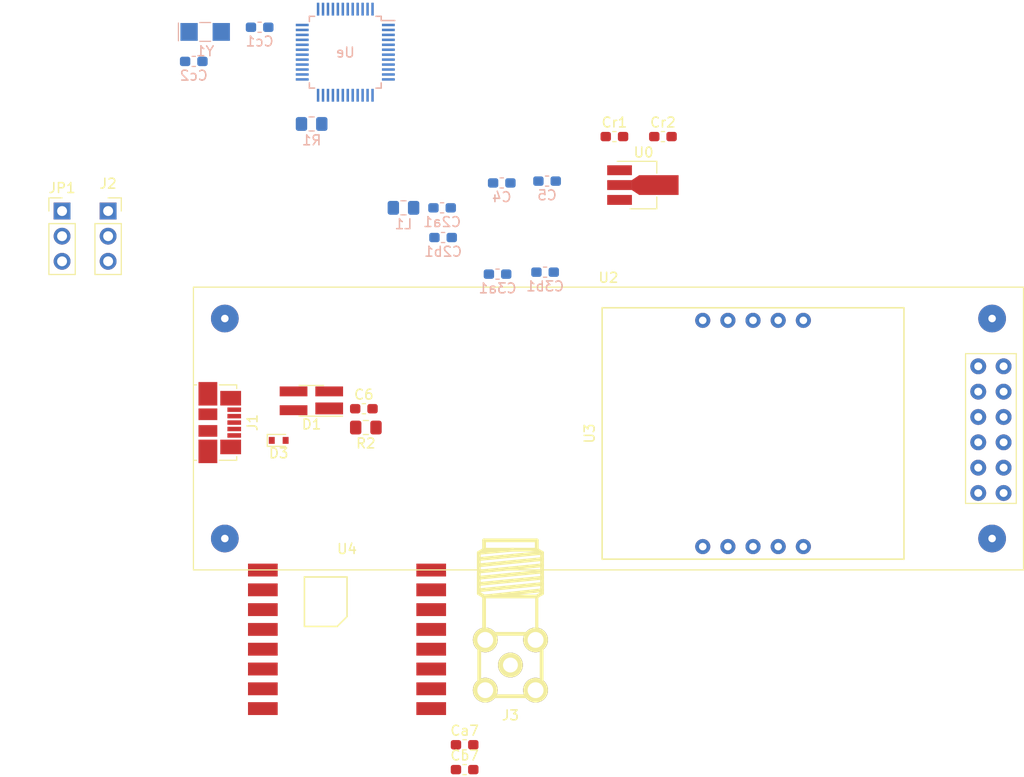
<source format=kicad_pcb>
(kicad_pcb (version 20171130) (host pcbnew 6.0.0-rc1-unknown-eabae68~66~ubuntu18.04.1)

  (general
    (thickness 1.6)
    (drawings 0)
    (tracks 0)
    (zones 0)
    (modules 28)
    (nets 64)
  )

  (page A4)
  (layers
    (0 F.Cu signal)
    (31 B.Cu signal)
    (32 B.Adhes user)
    (33 F.Adhes user)
    (34 B.Paste user)
    (35 F.Paste user)
    (36 B.SilkS user)
    (37 F.SilkS user)
    (38 B.Mask user)
    (39 F.Mask user)
    (40 Dwgs.User user)
    (41 Cmts.User user)
    (42 Eco1.User user)
    (43 Eco2.User user)
    (44 Edge.Cuts user)
    (45 Margin user)
    (46 B.CrtYd user)
    (47 F.CrtYd user)
    (48 B.Fab user)
    (49 F.Fab user)
  )

  (setup
    (last_trace_width 0.25)
    (trace_clearance 0.2)
    (zone_clearance 0.508)
    (zone_45_only no)
    (trace_min 0.2)
    (via_size 0.8)
    (via_drill 0.4)
    (via_min_size 0.4)
    (via_min_drill 0.3)
    (uvia_size 0.3)
    (uvia_drill 0.1)
    (uvias_allowed no)
    (uvia_min_size 0.2)
    (uvia_min_drill 0.1)
    (edge_width 0.05)
    (segment_width 0.2)
    (pcb_text_width 0.3)
    (pcb_text_size 1.5 1.5)
    (mod_edge_width 0.12)
    (mod_text_size 1 1)
    (mod_text_width 0.15)
    (pad_size 1.524 1.524)
    (pad_drill 0.762)
    (pad_to_mask_clearance 0.051)
    (solder_mask_min_width 0.25)
    (aux_axis_origin 0 0)
    (visible_elements FFFFFF7F)
    (pcbplotparams
      (layerselection 0x010fc_ffffffff)
      (usegerberextensions false)
      (usegerberattributes false)
      (usegerberadvancedattributes false)
      (creategerberjobfile false)
      (excludeedgelayer true)
      (linewidth 0.100000)
      (plotframeref false)
      (viasonmask false)
      (mode 1)
      (useauxorigin false)
      (hpglpennumber 1)
      (hpglpenspeed 20)
      (hpglpendiameter 15.000000)
      (psnegative false)
      (psa4output false)
      (plotreference true)
      (plotvalue true)
      (plotinvisibletext false)
      (padsonsilk false)
      (subtractmaskfromsilk false)
      (outputformat 1)
      (mirror false)
      (drillshape 1)
      (scaleselection 1)
      (outputdirectory ""))
  )

  (net 0 "")
  (net 1 /3V3)
  (net 2 GND)
  (net 3 /VDDCORE)
  (net 4 "Net-(C6-Pad1)")
  (net 5 /VDDANA)
  (net 6 /XIN32)
  (net 7 /XOUT32)
  (net 8 /5V0)
  (net 9 /USB_P)
  (net 10 /USB_N)
  (net 11 /VBUS)
  (net 12 /USB_ID)
  (net 13 /USB/ID)
  (net 14 /SWDIO)
  (net 15 /SWCLK)
  (net 16 /RESET)
  (net 17 "Net-(J3-Pad1)")
  (net 18 /VIN)
  (net 19 /A0)
  (net 20 /AREF)
  (net 21 /LED)
  (net 22 /PB09)
  (net 23 /A3)
  (net 24 /A4)
  (net 25 /A5)
  (net 26 /A6)
  (net 27 /SDA)
  (net 28 /SCL)
  (net 29 /PIN_2)
  (net 30 /PIN_3)
  (net 31 /PIN_4)
  (net 32 /PIN_5)
  (net 33 /SD_MOSI)
  (net 34 /SD_SCK)
  (net 35 /SD_NSS)
  (net 36 /SD_MISO)
  (net 37 /MOSI)
  (net 38 /SCK)
  (net 39 /MISO)
  (net 40 /PIN_6)
  (net 41 /PIN_7)
  (net 42 /PIN_0)
  (net 43 /PIN_1)
  (net 44 /TX)
  (net 45 /RX)
  (net 46 /SD_CD)
  (net 47 /PA28)
  (net 48 /A1)
  (net 49 /A2)
  (net 50 /GPS_RST)
  (net 51 "Net-(U2-Pad9)")
  (net 52 "Net-(U2-Pad12)")
  (net 53 /GPS_INT)
  (net 54 /GPS_PPS)
  (net 55 /GPS_WK)
  (net 56 /TRX_NSS)
  (net 57 /TRX_RST)
  (net 58 /Communication/DIO5)
  (net 59 /Communication/DIO3)
  (net 60 /Communication/DIO4)
  (net 61 /TRX_INT)
  (net 62 /Communication/DIO1)
  (net 63 /Communication/DIO2)

  (net_class Default "This is the default net class."
    (clearance 0.2)
    (trace_width 0.25)
    (via_dia 0.8)
    (via_drill 0.4)
    (uvia_dia 0.3)
    (uvia_drill 0.1)
    (add_net /3V3)
    (add_net /5V0)
    (add_net /A0)
    (add_net /A1)
    (add_net /A2)
    (add_net /A3)
    (add_net /A4)
    (add_net /A5)
    (add_net /A6)
    (add_net /AREF)
    (add_net /Communication/DIO1)
    (add_net /Communication/DIO2)
    (add_net /Communication/DIO3)
    (add_net /Communication/DIO4)
    (add_net /Communication/DIO5)
    (add_net /GPS_INT)
    (add_net /GPS_PPS)
    (add_net /GPS_RST)
    (add_net /GPS_WK)
    (add_net /LED)
    (add_net /MISO)
    (add_net /MOSI)
    (add_net /PA28)
    (add_net /PB09)
    (add_net /PIN_0)
    (add_net /PIN_1)
    (add_net /PIN_2)
    (add_net /PIN_3)
    (add_net /PIN_4)
    (add_net /PIN_5)
    (add_net /PIN_6)
    (add_net /PIN_7)
    (add_net /RESET)
    (add_net /RX)
    (add_net /SCK)
    (add_net /SCL)
    (add_net /SDA)
    (add_net /SD_CD)
    (add_net /SD_MISO)
    (add_net /SD_MOSI)
    (add_net /SD_NSS)
    (add_net /SD_SCK)
    (add_net /SWCLK)
    (add_net /SWDIO)
    (add_net /TRX_INT)
    (add_net /TRX_NSS)
    (add_net /TRX_RST)
    (add_net /TX)
    (add_net /USB/ID)
    (add_net /USB_ID)
    (add_net /USB_N)
    (add_net /USB_P)
    (add_net /VBUS)
    (add_net /VDDANA)
    (add_net /VDDCORE)
    (add_net /VIN)
    (add_net /XIN32)
    (add_net /XOUT32)
    (add_net GND)
    (add_net "Net-(C6-Pad1)")
    (add_net "Net-(J3-Pad1)")
    (add_net "Net-(U2-Pad12)")
    (add_net "Net-(U2-Pad9)")
  )

  (net_class uC ""
    (clearance 0.2)
    (trace_width 0.25)
    (via_dia 1)
    (via_drill 0.7)
    (uvia_dia 0.3)
    (uvia_drill 0.1)
  )

  (module GPS:TRH-G2 (layer F.Cu) (tedit 5BD22BCB) (tstamp 5BD2C4CD)
    (at 143.1 67.4)
    (path /5BD83F9A)
    (fp_text reference U2 (at 0 -15.24) (layer F.SilkS)
      (effects (font (size 1 1) (thickness 0.15)))
    )
    (fp_text value TRH-G2 (at 0 15.24) (layer F.Fab) hide
      (effects (font (size 1 1) (thickness 0.15)))
    )
    (fp_line (start 36.06 7.565) (end 36.06 -7.565) (layer F.SilkS) (width 0.12))
    (fp_line (start 41.18 7.565) (end 36.06 7.565) (layer F.SilkS) (width 0.12))
    (fp_line (start 41.18 -7.565) (end 41.18 7.565) (layer F.SilkS) (width 0.12))
    (fp_line (start 36.06 -7.565) (end 41.18 -7.565) (layer F.SilkS) (width 0.12))
    (fp_line (start -41.91 14.285) (end -41.91 -14.285) (layer F.SilkS) (width 0.12))
    (fp_line (start 41.91 -14.285) (end 41.91 14.285) (layer F.SilkS) (width 0.12))
    (fp_line (start -41.91 14.285) (end 41.91 14.285) (layer F.SilkS) (width 0.12))
    (fp_line (start -41.91 -14.285) (end 41.91 -14.285) (layer F.SilkS) (width 0.12))
    (pad 12 thru_hole circle (at 39.9 6.515) (size 1.6 1.6) (drill 0.8) (layers *.Cu *.Mask)
      (net 52 "Net-(U2-Pad12)"))
    (pad 11 thru_hole circle (at 37.34 6.515) (size 1.6 1.6) (drill 0.8) (layers *.Cu *.Mask)
      (net 44 /TX))
    (pad 10 thru_hole circle (at 39.9 3.955) (size 1.6 1.6) (drill 0.8) (layers *.Cu *.Mask)
      (net 45 /RX))
    (pad 9 thru_hole circle (at 37.34 3.955) (size 1.6 1.6) (drill 0.8) (layers *.Cu *.Mask)
      (net 51 "Net-(U2-Pad9)"))
    (pad 8 thru_hole circle (at 39.9 1.395) (size 1.6 1.6) (drill 0.8) (layers *.Cu *.Mask)
      (net 2 GND))
    (pad 7 thru_hole circle (at 37.34 1.395) (size 1.6 1.6) (drill 0.8) (layers *.Cu *.Mask)
      (net 50 /GPS_RST))
    (pad 6 thru_hole circle (at 39.9 -1.165) (size 1.6 1.6) (drill 0.8) (layers *.Cu *.Mask)
      (net 2 GND))
    (pad 5 thru_hole circle (at 37.34 -1.165) (size 1.6 1.6) (drill 0.8) (layers *.Cu *.Mask)
      (net 2 GND))
    (pad 4 thru_hole circle (at 39.9 -3.725) (size 1.6 1.6) (drill 0.8) (layers *.Cu *.Mask)
      (net 2 GND))
    (pad 3 thru_hole circle (at 37.34 -3.725) (size 1.6 1.6) (drill 0.8) (layers *.Cu *.Mask)
      (net 2 GND))
    (pad 2 thru_hole circle (at 39.9 -6.285) (size 1.6 1.6) (drill 0.8) (layers *.Cu *.Mask)
      (net 8 /5V0))
    (pad 1 thru_hole circle (at 37.34 -6.285) (size 1.6 1.6) (drill 0.8) (layers *.Cu *.Mask)
      (net 8 /5V0))
    (pad "" np_thru_hole circle (at 38.74 11.115) (size 2.8 2.8) (drill 0.762) (layers *.Cu *.Mask))
    (pad "" np_thru_hole circle (at 38.74 -11.115) (size 2.8 2.8) (drill 0.762) (layers *.Cu *.Mask))
    (pad "" np_thru_hole circle (at -38.74 11.115) (size 2.8 2.8) (drill 0.762) (layers *.Cu *.Mask))
    (pad "" np_thru_hole circle (at -38.74 -11.115) (size 2.8 2.8) (drill 0.762) (layers *.Cu *.Mask))
  )

  (module Capacitor_SMD:C_0603_1608Metric_Pad1.05x0.95mm_HandSolder (layer B.Cu) (tedit 5B301BBE) (tstamp 5BD2BD83)
    (at 132.325001 42.585001)
    (descr "Capacitor SMD 0603 (1608 Metric), square (rectangular) end terminal, IPC_7351 nominal with elongated pad for handsoldering. (Body size source: http://www.tortai-tech.com/upload/download/2011102023233369053.pdf), generated with kicad-footprint-generator")
    (tags "capacitor handsolder")
    (path /5B6351C6/5B635382)
    (attr smd)
    (fp_text reference C4 (at 0 1.43) (layer B.SilkS)
      (effects (font (size 1 1) (thickness 0.15)) (justify mirror))
    )
    (fp_text value 10uF (at 0 -1.43) (layer B.Fab) hide
      (effects (font (size 1 1) (thickness 0.15)) (justify mirror))
    )
    (fp_line (start -0.8 -0.4) (end -0.8 0.4) (layer B.Fab) (width 0.1))
    (fp_line (start -0.8 0.4) (end 0.8 0.4) (layer B.Fab) (width 0.1))
    (fp_line (start 0.8 0.4) (end 0.8 -0.4) (layer B.Fab) (width 0.1))
    (fp_line (start 0.8 -0.4) (end -0.8 -0.4) (layer B.Fab) (width 0.1))
    (fp_line (start -0.171267 0.51) (end 0.171267 0.51) (layer B.SilkS) (width 0.12))
    (fp_line (start -0.171267 -0.51) (end 0.171267 -0.51) (layer B.SilkS) (width 0.12))
    (fp_line (start -1.65 -0.73) (end -1.65 0.73) (layer B.CrtYd) (width 0.05))
    (fp_line (start -1.65 0.73) (end 1.65 0.73) (layer B.CrtYd) (width 0.05))
    (fp_line (start 1.65 0.73) (end 1.65 -0.73) (layer B.CrtYd) (width 0.05))
    (fp_line (start 1.65 -0.73) (end -1.65 -0.73) (layer B.CrtYd) (width 0.05))
    (fp_text user %R (at 0 0) (layer B.Fab) hide
      (effects (font (size 0.4 0.4) (thickness 0.06)) (justify mirror))
    )
    (pad 1 smd roundrect (at -0.875 0) (size 1.05 0.95) (layers B.Cu B.Paste B.Mask) (roundrect_rratio 0.25)
      (net 1 /3V3))
    (pad 2 smd roundrect (at 0.875 0) (size 1.05 0.95) (layers B.Cu B.Paste B.Mask) (roundrect_rratio 0.25)
      (net 2 GND))
    (model ${KISYS3DMOD}/Capacitor_SMD.3dshapes/C_0603_1608Metric.wrl
      (at (xyz 0 0 0))
      (scale (xyz 1 1 1))
      (rotate (xyz 0 0 0))
    )
  )

  (module Capacitor_SMD:C_0603_1608Metric_Pad1.05x0.95mm_HandSolder (layer B.Cu) (tedit 5B301BBE) (tstamp 5BD2BD94)
    (at 136.9 42.4)
    (descr "Capacitor SMD 0603 (1608 Metric), square (rectangular) end terminal, IPC_7351 nominal with elongated pad for handsoldering. (Body size source: http://www.tortai-tech.com/upload/download/2011102023233369053.pdf), generated with kicad-footprint-generator")
    (tags "capacitor handsolder")
    (path /5B6351C6/5B635301)
    (attr smd)
    (fp_text reference C5 (at 0 1.43) (layer B.SilkS)
      (effects (font (size 1 1) (thickness 0.15)) (justify mirror))
    )
    (fp_text value 1uF (at 0 -1.43) (layer B.Fab) hide
      (effects (font (size 1 1) (thickness 0.15)) (justify mirror))
    )
    (fp_line (start -0.8 -0.4) (end -0.8 0.4) (layer B.Fab) (width 0.1))
    (fp_line (start -0.8 0.4) (end 0.8 0.4) (layer B.Fab) (width 0.1))
    (fp_line (start 0.8 0.4) (end 0.8 -0.4) (layer B.Fab) (width 0.1))
    (fp_line (start 0.8 -0.4) (end -0.8 -0.4) (layer B.Fab) (width 0.1))
    (fp_line (start -0.171267 0.51) (end 0.171267 0.51) (layer B.SilkS) (width 0.12))
    (fp_line (start -0.171267 -0.51) (end 0.171267 -0.51) (layer B.SilkS) (width 0.12))
    (fp_line (start -1.65 -0.73) (end -1.65 0.73) (layer B.CrtYd) (width 0.05))
    (fp_line (start -1.65 0.73) (end 1.65 0.73) (layer B.CrtYd) (width 0.05))
    (fp_line (start 1.65 0.73) (end 1.65 -0.73) (layer B.CrtYd) (width 0.05))
    (fp_line (start 1.65 -0.73) (end -1.65 -0.73) (layer B.CrtYd) (width 0.05))
    (fp_text user %R (at 0 0) (layer B.Fab) hide
      (effects (font (size 0.4 0.4) (thickness 0.06)) (justify mirror))
    )
    (pad 1 smd roundrect (at -0.875 0) (size 1.05 0.95) (layers B.Cu B.Paste B.Mask) (roundrect_rratio 0.25)
      (net 3 /VDDCORE))
    (pad 2 smd roundrect (at 0.875 0) (size 1.05 0.95) (layers B.Cu B.Paste B.Mask) (roundrect_rratio 0.25)
      (net 2 GND))
    (model ${KISYS3DMOD}/Capacitor_SMD.3dshapes/C_0603_1608Metric.wrl
      (at (xyz 0 0 0))
      (scale (xyz 1 1 1))
      (rotate (xyz 0 0 0))
    )
  )

  (module Capacitor_SMD:C_0603_1608Metric_Pad1.05x0.95mm_HandSolder (layer F.Cu) (tedit 5B301BBE) (tstamp 5BD2BDA5)
    (at 118.4 65.4)
    (descr "Capacitor SMD 0603 (1608 Metric), square (rectangular) end terminal, IPC_7351 nominal with elongated pad for handsoldering. (Body size source: http://www.tortai-tech.com/upload/download/2011102023233369053.pdf), generated with kicad-footprint-generator")
    (tags "capacitor handsolder")
    (path /5B626331/5B62BE71)
    (attr smd)
    (fp_text reference C6 (at 0 -1.43) (layer F.SilkS)
      (effects (font (size 1 1) (thickness 0.15)))
    )
    (fp_text value 4.7nF (at 0 1.43) (layer F.Fab) hide
      (effects (font (size 1 1) (thickness 0.15)))
    )
    (fp_line (start -0.8 0.4) (end -0.8 -0.4) (layer F.Fab) (width 0.1))
    (fp_line (start -0.8 -0.4) (end 0.8 -0.4) (layer F.Fab) (width 0.1))
    (fp_line (start 0.8 -0.4) (end 0.8 0.4) (layer F.Fab) (width 0.1))
    (fp_line (start 0.8 0.4) (end -0.8 0.4) (layer F.Fab) (width 0.1))
    (fp_line (start -0.171267 -0.51) (end 0.171267 -0.51) (layer F.SilkS) (width 0.12))
    (fp_line (start -0.171267 0.51) (end 0.171267 0.51) (layer F.SilkS) (width 0.12))
    (fp_line (start -1.65 0.73) (end -1.65 -0.73) (layer F.CrtYd) (width 0.05))
    (fp_line (start -1.65 -0.73) (end 1.65 -0.73) (layer F.CrtYd) (width 0.05))
    (fp_line (start 1.65 -0.73) (end 1.65 0.73) (layer F.CrtYd) (width 0.05))
    (fp_line (start 1.65 0.73) (end -1.65 0.73) (layer F.CrtYd) (width 0.05))
    (fp_text user %R (at 0 0) (layer F.Fab) hide
      (effects (font (size 0.4 0.4) (thickness 0.06)))
    )
    (pad 1 smd roundrect (at -0.875 0) (size 1.05 0.95) (layers F.Cu F.Paste F.Mask) (roundrect_rratio 0.25)
      (net 4 "Net-(C6-Pad1)"))
    (pad 2 smd roundrect (at 0.875 0) (size 1.05 0.95) (layers F.Cu F.Paste F.Mask) (roundrect_rratio 0.25)
      (net 2 GND))
    (model ${KISYS3DMOD}/Capacitor_SMD.3dshapes/C_0603_1608Metric.wrl
      (at (xyz 0 0 0))
      (scale (xyz 1 1 1))
      (rotate (xyz 0 0 0))
    )
  )

  (module Capacitor_SMD:C_0603_1608Metric_Pad1.05x0.95mm_HandSolder (layer B.Cu) (tedit 5B301BBE) (tstamp 5BD2BDB6)
    (at 126.3 45.1)
    (descr "Capacitor SMD 0603 (1608 Metric), square (rectangular) end terminal, IPC_7351 nominal with elongated pad for handsoldering. (Body size source: http://www.tortai-tech.com/upload/download/2011102023233369053.pdf), generated with kicad-footprint-generator")
    (tags "capacitor handsolder")
    (path /5B6351C6/5B635342)
    (attr smd)
    (fp_text reference C2a1 (at 0 1.43) (layer B.SilkS)
      (effects (font (size 1 1) (thickness 0.15)) (justify mirror))
    )
    (fp_text value 10uF (at 0 -1.43) (layer B.Fab) hide
      (effects (font (size 1 1) (thickness 0.15)) (justify mirror))
    )
    (fp_text user %R (at 0 0) (layer B.Fab) hide
      (effects (font (size 0.4 0.4) (thickness 0.06)) (justify mirror))
    )
    (fp_line (start 1.65 -0.73) (end -1.65 -0.73) (layer B.CrtYd) (width 0.05))
    (fp_line (start 1.65 0.73) (end 1.65 -0.73) (layer B.CrtYd) (width 0.05))
    (fp_line (start -1.65 0.73) (end 1.65 0.73) (layer B.CrtYd) (width 0.05))
    (fp_line (start -1.65 -0.73) (end -1.65 0.73) (layer B.CrtYd) (width 0.05))
    (fp_line (start -0.171267 -0.51) (end 0.171267 -0.51) (layer B.SilkS) (width 0.12))
    (fp_line (start -0.171267 0.51) (end 0.171267 0.51) (layer B.SilkS) (width 0.12))
    (fp_line (start 0.8 -0.4) (end -0.8 -0.4) (layer B.Fab) (width 0.1))
    (fp_line (start 0.8 0.4) (end 0.8 -0.4) (layer B.Fab) (width 0.1))
    (fp_line (start -0.8 0.4) (end 0.8 0.4) (layer B.Fab) (width 0.1))
    (fp_line (start -0.8 -0.4) (end -0.8 0.4) (layer B.Fab) (width 0.1))
    (pad 2 smd roundrect (at 0.875 0) (size 1.05 0.95) (layers B.Cu B.Paste B.Mask) (roundrect_rratio 0.25)
      (net 2 GND))
    (pad 1 smd roundrect (at -0.875 0) (size 1.05 0.95) (layers B.Cu B.Paste B.Mask) (roundrect_rratio 0.25)
      (net 5 /VDDANA))
    (model ${KISYS3DMOD}/Capacitor_SMD.3dshapes/C_0603_1608Metric.wrl
      (at (xyz 0 0 0))
      (scale (xyz 1 1 1))
      (rotate (xyz 0 0 0))
    )
  )

  (module Capacitor_SMD:C_0603_1608Metric_Pad1.05x0.95mm_HandSolder (layer B.Cu) (tedit 5B301BBE) (tstamp 5BD2BDC7)
    (at 126.4 48.1)
    (descr "Capacitor SMD 0603 (1608 Metric), square (rectangular) end terminal, IPC_7351 nominal with elongated pad for handsoldering. (Body size source: http://www.tortai-tech.com/upload/download/2011102023233369053.pdf), generated with kicad-footprint-generator")
    (tags "capacitor handsolder")
    (path /5B6351C6/5B635202)
    (attr smd)
    (fp_text reference C2b1 (at 0 1.43) (layer B.SilkS)
      (effects (font (size 1 1) (thickness 0.15)) (justify mirror))
    )
    (fp_text value 100nF (at 0 -1.43) (layer B.Fab) hide
      (effects (font (size 1 1) (thickness 0.15)) (justify mirror))
    )
    (fp_text user %R (at 0 0) (layer B.Fab) hide
      (effects (font (size 0.4 0.4) (thickness 0.06)) (justify mirror))
    )
    (fp_line (start 1.65 -0.73) (end -1.65 -0.73) (layer B.CrtYd) (width 0.05))
    (fp_line (start 1.65 0.73) (end 1.65 -0.73) (layer B.CrtYd) (width 0.05))
    (fp_line (start -1.65 0.73) (end 1.65 0.73) (layer B.CrtYd) (width 0.05))
    (fp_line (start -1.65 -0.73) (end -1.65 0.73) (layer B.CrtYd) (width 0.05))
    (fp_line (start -0.171267 -0.51) (end 0.171267 -0.51) (layer B.SilkS) (width 0.12))
    (fp_line (start -0.171267 0.51) (end 0.171267 0.51) (layer B.SilkS) (width 0.12))
    (fp_line (start 0.8 -0.4) (end -0.8 -0.4) (layer B.Fab) (width 0.1))
    (fp_line (start 0.8 0.4) (end 0.8 -0.4) (layer B.Fab) (width 0.1))
    (fp_line (start -0.8 0.4) (end 0.8 0.4) (layer B.Fab) (width 0.1))
    (fp_line (start -0.8 -0.4) (end -0.8 0.4) (layer B.Fab) (width 0.1))
    (pad 2 smd roundrect (at 0.875 0) (size 1.05 0.95) (layers B.Cu B.Paste B.Mask) (roundrect_rratio 0.25)
      (net 2 GND))
    (pad 1 smd roundrect (at -0.875 0) (size 1.05 0.95) (layers B.Cu B.Paste B.Mask) (roundrect_rratio 0.25)
      (net 5 /VDDANA))
    (model ${KISYS3DMOD}/Capacitor_SMD.3dshapes/C_0603_1608Metric.wrl
      (at (xyz 0 0 0))
      (scale (xyz 1 1 1))
      (rotate (xyz 0 0 0))
    )
  )

  (module Capacitor_SMD:C_0603_1608Metric_Pad1.05x0.95mm_HandSolder (layer B.Cu) (tedit 5B301BBE) (tstamp 5BD2BDD8)
    (at 131.9 51.8)
    (descr "Capacitor SMD 0603 (1608 Metric), square (rectangular) end terminal, IPC_7351 nominal with elongated pad for handsoldering. (Body size source: http://www.tortai-tech.com/upload/download/2011102023233369053.pdf), generated with kicad-footprint-generator")
    (tags "capacitor handsolder")
    (path /5B6351C6/5B6353CA)
    (attr smd)
    (fp_text reference C3a1 (at 0 1.43) (layer B.SilkS)
      (effects (font (size 1 1) (thickness 0.15)) (justify mirror))
    )
    (fp_text value 100nF (at 0 -1.43) (layer B.Fab) hide
      (effects (font (size 1 1) (thickness 0.15)) (justify mirror))
    )
    (fp_text user %R (at 0 0) (layer B.Fab) hide
      (effects (font (size 0.4 0.4) (thickness 0.06)) (justify mirror))
    )
    (fp_line (start 1.65 -0.73) (end -1.65 -0.73) (layer B.CrtYd) (width 0.05))
    (fp_line (start 1.65 0.73) (end 1.65 -0.73) (layer B.CrtYd) (width 0.05))
    (fp_line (start -1.65 0.73) (end 1.65 0.73) (layer B.CrtYd) (width 0.05))
    (fp_line (start -1.65 -0.73) (end -1.65 0.73) (layer B.CrtYd) (width 0.05))
    (fp_line (start -0.171267 -0.51) (end 0.171267 -0.51) (layer B.SilkS) (width 0.12))
    (fp_line (start -0.171267 0.51) (end 0.171267 0.51) (layer B.SilkS) (width 0.12))
    (fp_line (start 0.8 -0.4) (end -0.8 -0.4) (layer B.Fab) (width 0.1))
    (fp_line (start 0.8 0.4) (end 0.8 -0.4) (layer B.Fab) (width 0.1))
    (fp_line (start -0.8 0.4) (end 0.8 0.4) (layer B.Fab) (width 0.1))
    (fp_line (start -0.8 -0.4) (end -0.8 0.4) (layer B.Fab) (width 0.1))
    (pad 2 smd roundrect (at 0.875 0) (size 1.05 0.95) (layers B.Cu B.Paste B.Mask) (roundrect_rratio 0.25)
      (net 2 GND))
    (pad 1 smd roundrect (at -0.875 0) (size 1.05 0.95) (layers B.Cu B.Paste B.Mask) (roundrect_rratio 0.25)
      (net 1 /3V3))
    (model ${KISYS3DMOD}/Capacitor_SMD.3dshapes/C_0603_1608Metric.wrl
      (at (xyz 0 0 0))
      (scale (xyz 1 1 1))
      (rotate (xyz 0 0 0))
    )
  )

  (module Capacitor_SMD:C_0603_1608Metric_Pad1.05x0.95mm_HandSolder (layer B.Cu) (tedit 5B301BBE) (tstamp 5BD2BDE9)
    (at 136.7 51.6)
    (descr "Capacitor SMD 0603 (1608 Metric), square (rectangular) end terminal, IPC_7351 nominal with elongated pad for handsoldering. (Body size source: http://www.tortai-tech.com/upload/download/2011102023233369053.pdf), generated with kicad-footprint-generator")
    (tags "capacitor handsolder")
    (path /5B6351C6/5B6353F2)
    (attr smd)
    (fp_text reference C3b1 (at 0 1.43) (layer B.SilkS)
      (effects (font (size 1 1) (thickness 0.15)) (justify mirror))
    )
    (fp_text value 100nF (at 0 -1.43) (layer B.Fab) hide
      (effects (font (size 1 1) (thickness 0.15)) (justify mirror))
    )
    (fp_line (start -0.8 -0.4) (end -0.8 0.4) (layer B.Fab) (width 0.1))
    (fp_line (start -0.8 0.4) (end 0.8 0.4) (layer B.Fab) (width 0.1))
    (fp_line (start 0.8 0.4) (end 0.8 -0.4) (layer B.Fab) (width 0.1))
    (fp_line (start 0.8 -0.4) (end -0.8 -0.4) (layer B.Fab) (width 0.1))
    (fp_line (start -0.171267 0.51) (end 0.171267 0.51) (layer B.SilkS) (width 0.12))
    (fp_line (start -0.171267 -0.51) (end 0.171267 -0.51) (layer B.SilkS) (width 0.12))
    (fp_line (start -1.65 -0.73) (end -1.65 0.73) (layer B.CrtYd) (width 0.05))
    (fp_line (start -1.65 0.73) (end 1.65 0.73) (layer B.CrtYd) (width 0.05))
    (fp_line (start 1.65 0.73) (end 1.65 -0.73) (layer B.CrtYd) (width 0.05))
    (fp_line (start 1.65 -0.73) (end -1.65 -0.73) (layer B.CrtYd) (width 0.05))
    (fp_text user %R (at 0 0) (layer B.Fab) hide
      (effects (font (size 0.4 0.4) (thickness 0.06)) (justify mirror))
    )
    (pad 1 smd roundrect (at -0.875 0) (size 1.05 0.95) (layers B.Cu B.Paste B.Mask) (roundrect_rratio 0.25)
      (net 1 /3V3))
    (pad 2 smd roundrect (at 0.875 0) (size 1.05 0.95) (layers B.Cu B.Paste B.Mask) (roundrect_rratio 0.25)
      (net 2 GND))
    (model ${KISYS3DMOD}/Capacitor_SMD.3dshapes/C_0603_1608Metric.wrl
      (at (xyz 0 0 0))
      (scale (xyz 1 1 1))
      (rotate (xyz 0 0 0))
    )
  )

  (module Capacitor_SMD:C_0603_1608Metric_Pad1.05x0.95mm_HandSolder (layer B.Cu) (tedit 5B301BBE) (tstamp 5BD2BDFA)
    (at 107.875001 26.855001)
    (descr "Capacitor SMD 0603 (1608 Metric), square (rectangular) end terminal, IPC_7351 nominal with elongated pad for handsoldering. (Body size source: http://www.tortai-tech.com/upload/download/2011102023233369053.pdf), generated with kicad-footprint-generator")
    (tags "capacitor handsolder")
    (path /5B653719)
    (attr smd)
    (fp_text reference Cc1 (at 0 1.43) (layer B.SilkS)
      (effects (font (size 1 1) (thickness 0.15)) (justify mirror))
    )
    (fp_text value 9pF (at 0 -1.43) (layer B.Fab) hide
      (effects (font (size 1 1) (thickness 0.15)) (justify mirror))
    )
    (fp_line (start -0.8 -0.4) (end -0.8 0.4) (layer B.Fab) (width 0.1))
    (fp_line (start -0.8 0.4) (end 0.8 0.4) (layer B.Fab) (width 0.1))
    (fp_line (start 0.8 0.4) (end 0.8 -0.4) (layer B.Fab) (width 0.1))
    (fp_line (start 0.8 -0.4) (end -0.8 -0.4) (layer B.Fab) (width 0.1))
    (fp_line (start -0.171267 0.51) (end 0.171267 0.51) (layer B.SilkS) (width 0.12))
    (fp_line (start -0.171267 -0.51) (end 0.171267 -0.51) (layer B.SilkS) (width 0.12))
    (fp_line (start -1.65 -0.73) (end -1.65 0.73) (layer B.CrtYd) (width 0.05))
    (fp_line (start -1.65 0.73) (end 1.65 0.73) (layer B.CrtYd) (width 0.05))
    (fp_line (start 1.65 0.73) (end 1.65 -0.73) (layer B.CrtYd) (width 0.05))
    (fp_line (start 1.65 -0.73) (end -1.65 -0.73) (layer B.CrtYd) (width 0.05))
    (fp_text user %R (at 0 0) (layer B.Fab) hide
      (effects (font (size 0.4 0.4) (thickness 0.06)) (justify mirror))
    )
    (pad 1 smd roundrect (at -0.875 0) (size 1.05 0.95) (layers B.Cu B.Paste B.Mask) (roundrect_rratio 0.25)
      (net 6 /XIN32))
    (pad 2 smd roundrect (at 0.875 0) (size 1.05 0.95) (layers B.Cu B.Paste B.Mask) (roundrect_rratio 0.25)
      (net 2 GND))
    (model ${KISYS3DMOD}/Capacitor_SMD.3dshapes/C_0603_1608Metric.wrl
      (at (xyz 0 0 0))
      (scale (xyz 1 1 1))
      (rotate (xyz 0 0 0))
    )
  )

  (module Capacitor_SMD:C_0603_1608Metric_Pad1.05x0.95mm_HandSolder (layer B.Cu) (tedit 5B301BBE) (tstamp 5BD2BE0B)
    (at 101.225001 30.305001)
    (descr "Capacitor SMD 0603 (1608 Metric), square (rectangular) end terminal, IPC_7351 nominal with elongated pad for handsoldering. (Body size source: http://www.tortai-tech.com/upload/download/2011102023233369053.pdf), generated with kicad-footprint-generator")
    (tags "capacitor handsolder")
    (path /5B653749)
    (attr smd)
    (fp_text reference Cc2 (at 0 1.43) (layer B.SilkS)
      (effects (font (size 1 1) (thickness 0.15)) (justify mirror))
    )
    (fp_text value 9pF (at 0 -1.43) (layer B.Fab) hide
      (effects (font (size 1 1) (thickness 0.15)) (justify mirror))
    )
    (fp_line (start -0.8 -0.4) (end -0.8 0.4) (layer B.Fab) (width 0.1))
    (fp_line (start -0.8 0.4) (end 0.8 0.4) (layer B.Fab) (width 0.1))
    (fp_line (start 0.8 0.4) (end 0.8 -0.4) (layer B.Fab) (width 0.1))
    (fp_line (start 0.8 -0.4) (end -0.8 -0.4) (layer B.Fab) (width 0.1))
    (fp_line (start -0.171267 0.51) (end 0.171267 0.51) (layer B.SilkS) (width 0.12))
    (fp_line (start -0.171267 -0.51) (end 0.171267 -0.51) (layer B.SilkS) (width 0.12))
    (fp_line (start -1.65 -0.73) (end -1.65 0.73) (layer B.CrtYd) (width 0.05))
    (fp_line (start -1.65 0.73) (end 1.65 0.73) (layer B.CrtYd) (width 0.05))
    (fp_line (start 1.65 0.73) (end 1.65 -0.73) (layer B.CrtYd) (width 0.05))
    (fp_line (start 1.65 -0.73) (end -1.65 -0.73) (layer B.CrtYd) (width 0.05))
    (fp_text user %R (at 0 0) (layer B.Fab) hide
      (effects (font (size 0.4 0.4) (thickness 0.06)) (justify mirror))
    )
    (pad 1 smd roundrect (at -0.875 0) (size 1.05 0.95) (layers B.Cu B.Paste B.Mask) (roundrect_rratio 0.25)
      (net 7 /XOUT32))
    (pad 2 smd roundrect (at 0.875 0) (size 1.05 0.95) (layers B.Cu B.Paste B.Mask) (roundrect_rratio 0.25)
      (net 2 GND))
    (model ${KISYS3DMOD}/Capacitor_SMD.3dshapes/C_0603_1608Metric.wrl
      (at (xyz 0 0 0))
      (scale (xyz 1 1 1))
      (rotate (xyz 0 0 0))
    )
  )

  (module Capacitor_SMD:C_0603_1608Metric_Pad1.05x0.95mm_HandSolder (layer F.Cu) (tedit 5B301BBE) (tstamp 5BD2BE1C)
    (at 143.7 37.9)
    (descr "Capacitor SMD 0603 (1608 Metric), square (rectangular) end terminal, IPC_7351 nominal with elongated pad for handsoldering. (Body size source: http://www.tortai-tech.com/upload/download/2011102023233369053.pdf), generated with kicad-footprint-generator")
    (tags "capacitor handsolder")
    (path /5B6351C6/5BB30701)
    (attr smd)
    (fp_text reference Cr1 (at 0 -1.43) (layer F.SilkS)
      (effects (font (size 1 1) (thickness 0.15)))
    )
    (fp_text value 1uF (at 0 1.43) (layer F.Fab) hide
      (effects (font (size 1 1) (thickness 0.15)))
    )
    (fp_text user %R (at 0 0) (layer F.Fab) hide
      (effects (font (size 0.4 0.4) (thickness 0.06)))
    )
    (fp_line (start 1.65 0.73) (end -1.65 0.73) (layer F.CrtYd) (width 0.05))
    (fp_line (start 1.65 -0.73) (end 1.65 0.73) (layer F.CrtYd) (width 0.05))
    (fp_line (start -1.65 -0.73) (end 1.65 -0.73) (layer F.CrtYd) (width 0.05))
    (fp_line (start -1.65 0.73) (end -1.65 -0.73) (layer F.CrtYd) (width 0.05))
    (fp_line (start -0.171267 0.51) (end 0.171267 0.51) (layer F.SilkS) (width 0.12))
    (fp_line (start -0.171267 -0.51) (end 0.171267 -0.51) (layer F.SilkS) (width 0.12))
    (fp_line (start 0.8 0.4) (end -0.8 0.4) (layer F.Fab) (width 0.1))
    (fp_line (start 0.8 -0.4) (end 0.8 0.4) (layer F.Fab) (width 0.1))
    (fp_line (start -0.8 -0.4) (end 0.8 -0.4) (layer F.Fab) (width 0.1))
    (fp_line (start -0.8 0.4) (end -0.8 -0.4) (layer F.Fab) (width 0.1))
    (pad 2 smd roundrect (at 0.875 0) (size 1.05 0.95) (layers F.Cu F.Paste F.Mask) (roundrect_rratio 0.25)
      (net 2 GND))
    (pad 1 smd roundrect (at -0.875 0) (size 1.05 0.95) (layers F.Cu F.Paste F.Mask) (roundrect_rratio 0.25)
      (net 8 /5V0))
    (model ${KISYS3DMOD}/Capacitor_SMD.3dshapes/C_0603_1608Metric.wrl
      (at (xyz 0 0 0))
      (scale (xyz 1 1 1))
      (rotate (xyz 0 0 0))
    )
  )

  (module Capacitor_SMD:C_0603_1608Metric_Pad1.05x0.95mm_HandSolder (layer F.Cu) (tedit 5B301BBE) (tstamp 5BD2BE2D)
    (at 148.6 37.9)
    (descr "Capacitor SMD 0603 (1608 Metric), square (rectangular) end terminal, IPC_7351 nominal with elongated pad for handsoldering. (Body size source: http://www.tortai-tech.com/upload/download/2011102023233369053.pdf), generated with kicad-footprint-generator")
    (tags "capacitor handsolder")
    (path /5B6351C6/5BB3073D)
    (attr smd)
    (fp_text reference Cr2 (at 0 -1.43) (layer F.SilkS)
      (effects (font (size 1 1) (thickness 0.15)))
    )
    (fp_text value 1uF (at 0 1.43) (layer F.Fab) hide
      (effects (font (size 1 1) (thickness 0.15)))
    )
    (fp_text user %R (at 0 0) (layer F.Fab) hide
      (effects (font (size 0.4 0.4) (thickness 0.06)))
    )
    (fp_line (start 1.65 0.73) (end -1.65 0.73) (layer F.CrtYd) (width 0.05))
    (fp_line (start 1.65 -0.73) (end 1.65 0.73) (layer F.CrtYd) (width 0.05))
    (fp_line (start -1.65 -0.73) (end 1.65 -0.73) (layer F.CrtYd) (width 0.05))
    (fp_line (start -1.65 0.73) (end -1.65 -0.73) (layer F.CrtYd) (width 0.05))
    (fp_line (start -0.171267 0.51) (end 0.171267 0.51) (layer F.SilkS) (width 0.12))
    (fp_line (start -0.171267 -0.51) (end 0.171267 -0.51) (layer F.SilkS) (width 0.12))
    (fp_line (start 0.8 0.4) (end -0.8 0.4) (layer F.Fab) (width 0.1))
    (fp_line (start 0.8 -0.4) (end 0.8 0.4) (layer F.Fab) (width 0.1))
    (fp_line (start -0.8 -0.4) (end 0.8 -0.4) (layer F.Fab) (width 0.1))
    (fp_line (start -0.8 0.4) (end -0.8 -0.4) (layer F.Fab) (width 0.1))
    (pad 2 smd roundrect (at 0.875 0) (size 1.05 0.95) (layers F.Cu F.Paste F.Mask) (roundrect_rratio 0.25)
      (net 2 GND))
    (pad 1 smd roundrect (at -0.875 0) (size 1.05 0.95) (layers F.Cu F.Paste F.Mask) (roundrect_rratio 0.25)
      (net 1 /3V3))
    (model ${KISYS3DMOD}/Capacitor_SMD.3dshapes/C_0603_1608Metric.wrl
      (at (xyz 0 0 0))
      (scale (xyz 1 1 1))
      (rotate (xyz 0 0 0))
    )
  )

  (module Package_TO_SOT_SMD:SOT-143_Handsoldering (layer F.Cu) (tedit 5A02FF57) (tstamp 5BD2BE41)
    (at 113.1 64.6 180)
    (descr "SOT-143 Handsoldering")
    (tags "SOT-143 Handsoldering")
    (path /5B626331/5B62BD6A)
    (attr smd)
    (fp_text reference D1 (at -0.02 -2.38 180) (layer F.SilkS)
      (effects (font (size 1 1) (thickness 0.15)))
    )
    (fp_text value PRTR5V0U2X (at -0.02 2.48 180) (layer F.Fab) hide
      (effects (font (size 1 1) (thickness 0.15)))
    )
    (fp_text user %R (at 0 0 270) (layer F.Fab) hide
      (effects (font (size 0.5 0.5) (thickness 0.075)))
    )
    (fp_line (start 1.25 1.55) (end -1.25 1.55) (layer F.SilkS) (width 0.12))
    (fp_line (start 1.25 -1.55) (end -3.15 -1.55) (layer F.SilkS) (width 0.12))
    (fp_line (start -0.6 -1.5) (end -1.2 -1) (layer F.Fab) (width 0.1))
    (fp_line (start -0.6 -1.5) (end 1.2 -1.5) (layer F.Fab) (width 0.1))
    (fp_line (start -1.2 1.5) (end -1.2 -1) (layer F.Fab) (width 0.1))
    (fp_line (start 1.2 1.5) (end -1.2 1.5) (layer F.Fab) (width 0.1))
    (fp_line (start 1.2 -1.5) (end 1.2 1.5) (layer F.Fab) (width 0.1))
    (fp_line (start 3.45 -1.75) (end 3.45 1.75) (layer F.CrtYd) (width 0.05))
    (fp_line (start 3.45 -1.75) (end -3.45 -1.75) (layer F.CrtYd) (width 0.05))
    (fp_line (start -3.45 1.75) (end 3.45 1.75) (layer F.CrtYd) (width 0.05))
    (fp_line (start -3.45 1.75) (end -3.45 -1.75) (layer F.CrtYd) (width 0.05))
    (pad 1 smd rect (at -1.8 -0.77 90) (size 1.2 2.8) (layers F.Cu F.Paste F.Mask)
      (net 4 "Net-(C6-Pad1)"))
    (pad 2 smd rect (at -1.8 0.95 90) (size 1 2.8) (layers F.Cu F.Paste F.Mask)
      (net 9 /USB_P))
    (pad 3 smd rect (at 1.8 0.95 90) (size 1 2.8) (layers F.Cu F.Paste F.Mask)
      (net 10 /USB_N))
    (pad 4 smd trapezoid (at 1.8 -0.95 90) (size 1 2.8) (layers F.Cu F.Paste F.Mask)
      (net 11 /VBUS))
    (model ${KISYS3DMOD}/Package_TO_SOT_SMD.3dshapes/SOT-143.wrl
      (at (xyz 0 0 0))
      (scale (xyz 1 1 1))
      (rotate (xyz 0 0 0))
    )
  )

  (module Diode_SMD:D_SOD-523 (layer F.Cu) (tedit 586419F0) (tstamp 5BD2BE59)
    (at 109.8 68.6)
    (descr "http://www.diodes.com/datasheets/ap02001.pdf p.144")
    (tags "Diode SOD523")
    (path /5B626331/5BB753F5)
    (attr smd)
    (fp_text reference D3 (at 0 1.3) (layer F.SilkS)
      (effects (font (size 1 1) (thickness 0.15)))
    )
    (fp_text value D_Schottky (at 0 1.4) (layer F.Fab) hide
      (effects (font (size 1 1) (thickness 0.15)))
    )
    (fp_text user %R (at 0 -1.3) (layer F.Fab) hide
      (effects (font (size 1 1) (thickness 0.15)))
    )
    (fp_line (start -1.15 -0.6) (end -1.15 0.6) (layer F.SilkS) (width 0.12))
    (fp_line (start 1.25 -0.7) (end 1.25 0.7) (layer F.CrtYd) (width 0.05))
    (fp_line (start -1.25 -0.7) (end 1.25 -0.7) (layer F.CrtYd) (width 0.05))
    (fp_line (start -1.25 0.7) (end -1.25 -0.7) (layer F.CrtYd) (width 0.05))
    (fp_line (start 1.25 0.7) (end -1.25 0.7) (layer F.CrtYd) (width 0.05))
    (fp_line (start 0.1 0) (end 0.25 0) (layer F.Fab) (width 0.1))
    (fp_line (start 0.1 -0.2) (end -0.2 0) (layer F.Fab) (width 0.1))
    (fp_line (start 0.1 0.2) (end 0.1 -0.2) (layer F.Fab) (width 0.1))
    (fp_line (start -0.2 0) (end 0.1 0.2) (layer F.Fab) (width 0.1))
    (fp_line (start -0.2 0) (end -0.35 0) (layer F.Fab) (width 0.1))
    (fp_line (start -0.2 0.2) (end -0.2 -0.2) (layer F.Fab) (width 0.1))
    (fp_line (start 0.65 -0.45) (end 0.65 0.45) (layer F.Fab) (width 0.1))
    (fp_line (start -0.65 -0.45) (end 0.65 -0.45) (layer F.Fab) (width 0.1))
    (fp_line (start -0.65 0.45) (end -0.65 -0.45) (layer F.Fab) (width 0.1))
    (fp_line (start 0.65 0.45) (end -0.65 0.45) (layer F.Fab) (width 0.1))
    (fp_line (start 0.7 -0.6) (end -1.15 -0.6) (layer F.SilkS) (width 0.12))
    (fp_line (start 0.7 0.6) (end -1.15 0.6) (layer F.SilkS) (width 0.12))
    (pad 2 smd rect (at 0.7 0 180) (size 0.6 0.7) (layers F.Cu F.Paste F.Mask)
      (net 12 /USB_ID))
    (pad 1 smd rect (at -0.7 0 180) (size 0.6 0.7) (layers F.Cu F.Paste F.Mask)
      (net 13 /USB/ID))
    (model ${KISYS3DMOD}/Diode_SMD.3dshapes/D_SOD-523.wrl
      (at (xyz 0 0 0))
      (scale (xyz 1 1 1))
      (rotate (xyz 0 0 0))
    )
  )

  (module Connector_USB:USB_Micro-B_Molex_47346-0001 (layer F.Cu) (tedit 5A1DC0BD) (tstamp 5BD2BE79)
    (at 103.85 66.8 270)
    (descr "Micro USB B receptable with flange, bottom-mount, SMD, right-angle (http://www.molex.com/pdm_docs/sd/473460001_sd.pdf)")
    (tags "Micro B USB SMD")
    (path /5B626331/5B62635D)
    (attr smd)
    (fp_text reference J1 (at 0 -3.3 90) (layer F.SilkS)
      (effects (font (size 1 1) (thickness 0.15)))
    )
    (fp_text value USB_B_Micro (at 0 4.6 90) (layer F.Fab) hide
      (effects (font (size 1 1) (thickness 0.15)))
    )
    (fp_text user "PCB Edge" (at 0 2.67 90) (layer Dwgs.User)
      (effects (font (size 0.4 0.4) (thickness 0.04)))
    )
    (fp_text user %R (at 0 1.2 270) (layer F.Fab)
      (effects (font (size 1 1) (thickness 0.15)))
    )
    (fp_line (start 3.81 -1.71) (end 3.43 -1.71) (layer F.SilkS) (width 0.12))
    (fp_line (start 4.6 3.9) (end -4.6 3.9) (layer F.CrtYd) (width 0.05))
    (fp_line (start 4.6 -2.7) (end 4.6 3.9) (layer F.CrtYd) (width 0.05))
    (fp_line (start -4.6 -2.7) (end 4.6 -2.7) (layer F.CrtYd) (width 0.05))
    (fp_line (start -4.6 3.9) (end -4.6 -2.7) (layer F.CrtYd) (width 0.05))
    (fp_line (start 3.75 3.35) (end -3.75 3.35) (layer F.Fab) (width 0.1))
    (fp_line (start 3.75 -1.65) (end 3.75 3.35) (layer F.Fab) (width 0.1))
    (fp_line (start -3.75 -1.65) (end 3.75 -1.65) (layer F.Fab) (width 0.1))
    (fp_line (start -3.75 3.35) (end -3.75 -1.65) (layer F.Fab) (width 0.1))
    (fp_line (start 3.81 2.34) (end 3.81 2.6) (layer F.SilkS) (width 0.12))
    (fp_line (start 3.81 -1.71) (end 3.81 0.06) (layer F.SilkS) (width 0.12))
    (fp_line (start -3.81 -1.71) (end -3.43 -1.71) (layer F.SilkS) (width 0.12))
    (fp_line (start -3.81 0.06) (end -3.81 -1.71) (layer F.SilkS) (width 0.12))
    (fp_line (start -3.81 2.6) (end -3.81 2.34) (layer F.SilkS) (width 0.12))
    (fp_line (start -3.25 2.65) (end 3.25 2.65) (layer F.Fab) (width 0.1))
    (pad 1 smd rect (at -1.3 -1.46 270) (size 0.45 1.38) (layers F.Cu F.Paste F.Mask)
      (net 11 /VBUS))
    (pad 2 smd rect (at -0.65 -1.46 270) (size 0.45 1.38) (layers F.Cu F.Paste F.Mask)
      (net 10 /USB_N))
    (pad 3 smd rect (at 0 -1.46 270) (size 0.45 1.38) (layers F.Cu F.Paste F.Mask)
      (net 9 /USB_P))
    (pad 4 smd rect (at 0.65 -1.46 270) (size 0.45 1.38) (layers F.Cu F.Paste F.Mask)
      (net 13 /USB/ID))
    (pad 5 smd rect (at 1.3 -1.46 270) (size 0.45 1.38) (layers F.Cu F.Paste F.Mask)
      (net 2 GND))
    (pad 6 smd rect (at -2.4625 -1.1 270) (size 1.475 2.1) (layers F.Cu F.Paste F.Mask)
      (net 2 GND))
    (pad 6 smd rect (at 2.4625 -1.1 270) (size 1.475 2.1) (layers F.Cu F.Paste F.Mask)
      (net 2 GND))
    (pad 6 smd rect (at -2.91 1.2 270) (size 2.375 1.9) (layers F.Cu F.Paste F.Mask)
      (net 2 GND))
    (pad 6 smd rect (at 2.91 1.2 270) (size 2.375 1.9) (layers F.Cu F.Paste F.Mask)
      (net 2 GND))
    (pad 6 smd rect (at -0.84 1.2 270) (size 1.175 1.9) (layers F.Cu F.Paste F.Mask)
      (net 2 GND))
    (pad 6 smd rect (at 0.84 1.2 270) (size 1.175 1.9) (layers F.Cu F.Paste F.Mask)
      (net 2 GND))
    (model ${KISYS3DMOD}/Connector_USB.3dshapes/USB_Micro-B_Molex_47346-0001.wrl
      (at (xyz 0 0 0))
      (scale (xyz 1 1 1))
      (rotate (xyz 0 0 0))
    )
  )

  (module Connector_PinSocket_2.54mm:PinSocket_1x03_P2.54mm_Vertical (layer F.Cu) (tedit 5A19A429) (tstamp 5BD2BE90)
    (at 92.575001 45.425001)
    (descr "Through hole straight socket strip, 1x03, 2.54mm pitch, single row (from Kicad 4.0.7), script generated")
    (tags "Through hole socket strip THT 1x03 2.54mm single row")
    (path /5BD799EE)
    (fp_text reference J2 (at 0 -2.77) (layer F.SilkS)
      (effects (font (size 1 1) (thickness 0.15)))
    )
    (fp_text value Programmer (at 0 7.85) (layer F.Fab)
      (effects (font (size 1 1) (thickness 0.15)))
    )
    (fp_line (start -1.27 -1.27) (end 0.635 -1.27) (layer F.Fab) (width 0.1))
    (fp_line (start 0.635 -1.27) (end 1.27 -0.635) (layer F.Fab) (width 0.1))
    (fp_line (start 1.27 -0.635) (end 1.27 6.35) (layer F.Fab) (width 0.1))
    (fp_line (start 1.27 6.35) (end -1.27 6.35) (layer F.Fab) (width 0.1))
    (fp_line (start -1.27 6.35) (end -1.27 -1.27) (layer F.Fab) (width 0.1))
    (fp_line (start -1.33 1.27) (end 1.33 1.27) (layer F.SilkS) (width 0.12))
    (fp_line (start -1.33 1.27) (end -1.33 6.41) (layer F.SilkS) (width 0.12))
    (fp_line (start -1.33 6.41) (end 1.33 6.41) (layer F.SilkS) (width 0.12))
    (fp_line (start 1.33 1.27) (end 1.33 6.41) (layer F.SilkS) (width 0.12))
    (fp_line (start 1.33 -1.33) (end 1.33 0) (layer F.SilkS) (width 0.12))
    (fp_line (start 0 -1.33) (end 1.33 -1.33) (layer F.SilkS) (width 0.12))
    (fp_line (start -1.8 -1.8) (end 1.75 -1.8) (layer F.CrtYd) (width 0.05))
    (fp_line (start 1.75 -1.8) (end 1.75 6.85) (layer F.CrtYd) (width 0.05))
    (fp_line (start 1.75 6.85) (end -1.8 6.85) (layer F.CrtYd) (width 0.05))
    (fp_line (start -1.8 6.85) (end -1.8 -1.8) (layer F.CrtYd) (width 0.05))
    (fp_text user %R (at 0 2.54 90) (layer F.Fab)
      (effects (font (size 1 1) (thickness 0.15)))
    )
    (pad 1 thru_hole rect (at 0 0) (size 1.7 1.7) (drill 1) (layers *.Cu *.Mask)
      (net 14 /SWDIO))
    (pad 2 thru_hole oval (at 0 2.54) (size 1.7 1.7) (drill 1) (layers *.Cu *.Mask)
      (net 15 /SWCLK))
    (pad 3 thru_hole oval (at 0 5.08) (size 1.7 1.7) (drill 1) (layers *.Cu *.Mask)
      (net 16 /RESET))
    (model ${KISYS3DMOD}/Connector_PinSocket_2.54mm.3dshapes/PinSocket_1x03_P2.54mm_Vertical.wrl
      (at (xyz 0 0 0))
      (scale (xyz 1 1 1))
      (rotate (xyz 0 0 0))
    )
  )

  (module Antenna:SMA (layer F.Cu) (tedit 5878D1E8) (tstamp 5BD2BEB2)
    (at 133.2 91.3)
    (path /5BD13DD6/5BD153FD)
    (fp_text reference J3 (at 0 5.08) (layer F.SilkS)
      (effects (font (size 1 1) (thickness 0.15)))
    )
    (fp_text value SMA (at 0 -5.08) (layer F.Fab) hide
      (effects (font (size 1 1) (thickness 0.15)))
    )
    (fp_line (start -3.19278 -11.3411) (end 0.2667 -11.65606) (layer F.SilkS) (width 0.381))
    (fp_line (start -3.19278 -10.71118) (end 3.19278 -11.3411) (layer F.SilkS) (width 0.381))
    (fp_line (start -3.19278 -10.08126) (end 3.19278 -10.71118) (layer F.SilkS) (width 0.381))
    (fp_line (start -3.19278 -9.4488) (end 3.19278 -10.08126) (layer F.SilkS) (width 0.381))
    (fp_line (start -3.19278 -8.81888) (end 3.19278 -9.4488) (layer F.SilkS) (width 0.381))
    (fp_line (start -3.19278 -8.18896) (end 3.19278 -8.81888) (layer F.SilkS) (width 0.381))
    (fp_line (start -3.19278 -7.55904) (end 3.19278 -8.18896) (layer F.SilkS) (width 0.381))
    (fp_line (start 3.19278 -7.55904) (end -2.65938 -6.92912) (layer F.SilkS) (width 0.381))
    (fp_line (start -2.65938 -11.65606) (end -2.65938 -12.60094) (layer F.SilkS) (width 0.381))
    (fp_line (start 2.65938 -12.60094) (end -2.65938 -12.60094) (layer F.SilkS) (width 0.381))
    (fp_line (start 2.65938 -11.65606) (end 2.65938 -12.60094) (layer F.SilkS) (width 0.381))
    (fp_line (start 2.65938 -11.65606) (end 3.19278 -11.3411) (layer F.SilkS) (width 0.381))
    (fp_line (start -3.19278 -11.3411) (end -2.65938 -11.65606) (layer F.SilkS) (width 0.381))
    (fp_line (start -2.65938 -11.65606) (end 2.65938 -11.65606) (layer F.SilkS) (width 0.381))
    (fp_line (start -3.19278 -7.24408) (end -3.19278 -11.3411) (layer F.SilkS) (width 0.381))
    (fp_line (start -2.65938 -6.92912) (end -3.19278 -7.24408) (layer F.SilkS) (width 0.381))
    (fp_line (start 3.19278 -11.3411) (end 3.19278 -7.24408) (layer F.SilkS) (width 0.381))
    (fp_line (start 3.19278 -7.24408) (end 2.65938 -6.92912) (layer F.SilkS) (width 0.381))
    (fp_line (start 2.65938 -6.92912) (end -2.65938 -6.92912) (layer F.SilkS) (width 0.381))
    (fp_line (start 2.65938 -3.1496) (end 2.65938 -6.92912) (layer F.SilkS) (width 0.318))
    (fp_line (start -2.65938 -3.1496) (end -2.65938 -6.92912) (layer F.SilkS) (width 0.381))
    (fp_line (start -3.1496 3.1496) (end 3.1496 3.1496) (layer F.SilkS) (width 0.381))
    (fp_line (start -3.1496 -3.1496) (end 3.1496 -3.1496) (layer F.SilkS) (width 0.381))
    (fp_line (start 3.1496 -3.1496) (end 3.1496 3.1496) (layer F.SilkS) (width 0.381))
    (fp_line (start -3.1496 3.1496) (end -3.1496 -3.1496) (layer F.SilkS) (width 0.381))
    (pad 2 thru_hole circle (at -2.54 -2.54) (size 2.5 2.5) (drill 1.6) (layers *.Cu *.Mask F.SilkS)
      (net 2 GND))
    (pad 3 thru_hole circle (at 2.54 -2.54) (size 2.5 2.5) (drill 1.6) (layers *.Cu *.Mask F.SilkS)
      (net 2 GND))
    (pad 5 thru_hole circle (at -2.54 2.54) (size 2.5 2.5) (drill 1.6) (layers *.Cu *.Mask F.SilkS)
      (net 2 GND))
    (pad 4 thru_hole circle (at 2.54 2.54) (size 2.5 2.5) (drill 1.6) (layers *.Cu *.Mask F.SilkS)
      (net 2 GND))
    (pad 1 thru_hole circle (at 0 0) (size 2.5 2.5) (drill 1.5) (layers *.Cu *.Mask F.SilkS)
      (net 17 "Net-(J3-Pad1)"))
    (model ../../../../../home/electronica/Dropbox/Femtosat/Library/Antenna/SMA.wrl
      (offset (xyz 0 0 -7.746999883651733))
      (scale (xyz 0.4 0.4 0.4))
      (rotate (xyz -90 0 -90))
    )
  )

  (module Connector_PinHeader_2.54mm:PinHeader_1x03_P2.54mm_Vertical (layer F.Cu) (tedit 59FED5CC) (tstamp 5BD2BEC9)
    (at 87.925001 45.425001)
    (descr "Through hole straight pin header, 1x03, 2.54mm pitch, single row")
    (tags "Through hole pin header THT 1x03 2.54mm single row")
    (path /5BADF05F)
    (fp_text reference JP1 (at 0 -2.33) (layer F.SilkS)
      (effects (font (size 1 1) (thickness 0.15)))
    )
    (fp_text value Jumper_NC_Dual (at 0 7.41) (layer F.Fab)
      (effects (font (size 1 1) (thickness 0.15)))
    )
    (fp_line (start -0.635 -1.27) (end 1.27 -1.27) (layer F.Fab) (width 0.1))
    (fp_line (start 1.27 -1.27) (end 1.27 6.35) (layer F.Fab) (width 0.1))
    (fp_line (start 1.27 6.35) (end -1.27 6.35) (layer F.Fab) (width 0.1))
    (fp_line (start -1.27 6.35) (end -1.27 -0.635) (layer F.Fab) (width 0.1))
    (fp_line (start -1.27 -0.635) (end -0.635 -1.27) (layer F.Fab) (width 0.1))
    (fp_line (start -1.33 6.41) (end 1.33 6.41) (layer F.SilkS) (width 0.12))
    (fp_line (start -1.33 1.27) (end -1.33 6.41) (layer F.SilkS) (width 0.12))
    (fp_line (start 1.33 1.27) (end 1.33 6.41) (layer F.SilkS) (width 0.12))
    (fp_line (start -1.33 1.27) (end 1.33 1.27) (layer F.SilkS) (width 0.12))
    (fp_line (start -1.33 0) (end -1.33 -1.33) (layer F.SilkS) (width 0.12))
    (fp_line (start -1.33 -1.33) (end 0 -1.33) (layer F.SilkS) (width 0.12))
    (fp_line (start -1.8 -1.8) (end -1.8 6.85) (layer F.CrtYd) (width 0.05))
    (fp_line (start -1.8 6.85) (end 1.8 6.85) (layer F.CrtYd) (width 0.05))
    (fp_line (start 1.8 6.85) (end 1.8 -1.8) (layer F.CrtYd) (width 0.05))
    (fp_line (start 1.8 -1.8) (end -1.8 -1.8) (layer F.CrtYd) (width 0.05))
    (fp_text user %R (at 0 2.54 90) (layer F.Fab)
      (effects (font (size 1 1) (thickness 0.15)))
    )
    (pad 1 thru_hole rect (at 0 0) (size 1.7 1.7) (drill 1) (layers *.Cu *.Mask)
      (net 11 /VBUS))
    (pad 2 thru_hole oval (at 0 2.54) (size 1.7 1.7) (drill 1) (layers *.Cu *.Mask)
      (net 8 /5V0))
    (pad 3 thru_hole oval (at 0 5.08) (size 1.7 1.7) (drill 1) (layers *.Cu *.Mask)
      (net 18 /VIN))
    (model ${KISYS3DMOD}/Connector_PinHeader_2.54mm.3dshapes/PinHeader_1x03_P2.54mm_Vertical.wrl
      (at (xyz 0 0 0))
      (scale (xyz 1 1 1))
      (rotate (xyz 0 0 0))
    )
  )

  (module Inductor_SMD:L_0805_2012Metric_Pad1.15x1.40mm_HandSolder (layer B.Cu) (tedit 5B36C52B) (tstamp 5BD2BEDA)
    (at 122.4 45.1)
    (descr "Capacitor SMD 0805 (2012 Metric), square (rectangular) end terminal, IPC_7351 nominal with elongated pad for handsoldering. (Body size source: https://docs.google.com/spreadsheets/d/1BsfQQcO9C6DZCsRaXUlFlo91Tg2WpOkGARC1WS5S8t0/edit?usp=sharing), generated with kicad-footprint-generator")
    (tags "inductor handsolder")
    (path /5B6351C6/5B6352C3)
    (attr smd)
    (fp_text reference L1 (at 0 1.65) (layer B.SilkS)
      (effects (font (size 1 1) (thickness 0.15)) (justify mirror))
    )
    (fp_text value Ferrite_Bead (at 0 -1.65) (layer B.Fab) hide
      (effects (font (size 1 1) (thickness 0.15)) (justify mirror))
    )
    (fp_line (start -1 -0.6) (end -1 0.6) (layer B.Fab) (width 0.1))
    (fp_line (start -1 0.6) (end 1 0.6) (layer B.Fab) (width 0.1))
    (fp_line (start 1 0.6) (end 1 -0.6) (layer B.Fab) (width 0.1))
    (fp_line (start 1 -0.6) (end -1 -0.6) (layer B.Fab) (width 0.1))
    (fp_line (start -0.261252 0.71) (end 0.261252 0.71) (layer B.SilkS) (width 0.12))
    (fp_line (start -0.261252 -0.71) (end 0.261252 -0.71) (layer B.SilkS) (width 0.12))
    (fp_line (start -1.85 -0.95) (end -1.85 0.95) (layer B.CrtYd) (width 0.05))
    (fp_line (start -1.85 0.95) (end 1.85 0.95) (layer B.CrtYd) (width 0.05))
    (fp_line (start 1.85 0.95) (end 1.85 -0.95) (layer B.CrtYd) (width 0.05))
    (fp_line (start 1.85 -0.95) (end -1.85 -0.95) (layer B.CrtYd) (width 0.05))
    (fp_text user %R (at 0 0) (layer B.Fab) hide
      (effects (font (size 0.5 0.5) (thickness 0.08)) (justify mirror))
    )
    (pad 1 smd roundrect (at -1.025 0) (size 1.15 1.4) (layers B.Cu B.Paste B.Mask) (roundrect_rratio 0.217391)
      (net 5 /VDDANA))
    (pad 2 smd roundrect (at 1.025 0) (size 1.15 1.4) (layers B.Cu B.Paste B.Mask) (roundrect_rratio 0.217391)
      (net 1 /3V3))
    (model ${KISYS3DMOD}/Inductor_SMD.3dshapes/L_0805_2012Metric.wrl
      (at (xyz 0 0 0))
      (scale (xyz 1 1 1))
      (rotate (xyz 0 0 0))
    )
  )

  (module Resistor_SMD:R_0805_2012Metric_Pad1.15x1.40mm_HandSolder (layer B.Cu) (tedit 5B36C52B) (tstamp 5BD2BEEB)
    (at 113.125001 36.625001)
    (descr "Resistor SMD 0805 (2012 Metric), square (rectangular) end terminal, IPC_7351 nominal with elongated pad for handsoldering. (Body size source: https://docs.google.com/spreadsheets/d/1BsfQQcO9C6DZCsRaXUlFlo91Tg2WpOkGARC1WS5S8t0/edit?usp=sharing), generated with kicad-footprint-generator")
    (tags "resistor handsolder")
    (path /5B67C5CF)
    (attr smd)
    (fp_text reference R1 (at 0 1.65) (layer B.SilkS)
      (effects (font (size 1 1) (thickness 0.15)) (justify mirror))
    )
    (fp_text value 1k (at 0 -1.65) (layer B.Fab) hide
      (effects (font (size 1 1) (thickness 0.15)) (justify mirror))
    )
    (fp_line (start -1 -0.6) (end -1 0.6) (layer B.Fab) (width 0.1))
    (fp_line (start -1 0.6) (end 1 0.6) (layer B.Fab) (width 0.1))
    (fp_line (start 1 0.6) (end 1 -0.6) (layer B.Fab) (width 0.1))
    (fp_line (start 1 -0.6) (end -1 -0.6) (layer B.Fab) (width 0.1))
    (fp_line (start -0.261252 0.71) (end 0.261252 0.71) (layer B.SilkS) (width 0.12))
    (fp_line (start -0.261252 -0.71) (end 0.261252 -0.71) (layer B.SilkS) (width 0.12))
    (fp_line (start -1.85 -0.95) (end -1.85 0.95) (layer B.CrtYd) (width 0.05))
    (fp_line (start -1.85 0.95) (end 1.85 0.95) (layer B.CrtYd) (width 0.05))
    (fp_line (start 1.85 0.95) (end 1.85 -0.95) (layer B.CrtYd) (width 0.05))
    (fp_line (start 1.85 -0.95) (end -1.85 -0.95) (layer B.CrtYd) (width 0.05))
    (fp_text user %R (at 0 0) (layer B.Fab) hide
      (effects (font (size 0.5 0.5) (thickness 0.08)) (justify mirror))
    )
    (pad 1 smd roundrect (at -1.025 0) (size 1.15 1.4) (layers B.Cu B.Paste B.Mask) (roundrect_rratio 0.217391)
      (net 1 /3V3))
    (pad 2 smd roundrect (at 1.025 0) (size 1.15 1.4) (layers B.Cu B.Paste B.Mask) (roundrect_rratio 0.217391)
      (net 15 /SWCLK))
    (model ${KISYS3DMOD}/Resistor_SMD.3dshapes/R_0805_2012Metric.wrl
      (at (xyz 0 0 0))
      (scale (xyz 1 1 1))
      (rotate (xyz 0 0 0))
    )
  )

  (module Resistor_SMD:R_0805_2012Metric_Pad1.15x1.40mm_HandSolder (layer F.Cu) (tedit 5B36C52B) (tstamp 5BD2BEFC)
    (at 118.6 67.3)
    (descr "Resistor SMD 0805 (2012 Metric), square (rectangular) end terminal, IPC_7351 nominal with elongated pad for handsoldering. (Body size source: https://docs.google.com/spreadsheets/d/1BsfQQcO9C6DZCsRaXUlFlo91Tg2WpOkGARC1WS5S8t0/edit?usp=sharing), generated with kicad-footprint-generator")
    (tags "resistor handsolder")
    (path /5B626331/5B62BE0D)
    (attr smd)
    (fp_text reference R2 (at 0 1.6) (layer F.SilkS)
      (effects (font (size 1 1) (thickness 0.15)))
    )
    (fp_text value 1M (at 0 1.65) (layer F.Fab) hide
      (effects (font (size 1 1) (thickness 0.15)))
    )
    (fp_text user %R (at 0 0) (layer F.Fab) hide
      (effects (font (size 0.5 0.5) (thickness 0.08)))
    )
    (fp_line (start 1.85 0.95) (end -1.85 0.95) (layer F.CrtYd) (width 0.05))
    (fp_line (start 1.85 -0.95) (end 1.85 0.95) (layer F.CrtYd) (width 0.05))
    (fp_line (start -1.85 -0.95) (end 1.85 -0.95) (layer F.CrtYd) (width 0.05))
    (fp_line (start -1.85 0.95) (end -1.85 -0.95) (layer F.CrtYd) (width 0.05))
    (fp_line (start -0.261252 0.71) (end 0.261252 0.71) (layer F.SilkS) (width 0.12))
    (fp_line (start -0.261252 -0.71) (end 0.261252 -0.71) (layer F.SilkS) (width 0.12))
    (fp_line (start 1 0.6) (end -1 0.6) (layer F.Fab) (width 0.1))
    (fp_line (start 1 -0.6) (end 1 0.6) (layer F.Fab) (width 0.1))
    (fp_line (start -1 -0.6) (end 1 -0.6) (layer F.Fab) (width 0.1))
    (fp_line (start -1 0.6) (end -1 -0.6) (layer F.Fab) (width 0.1))
    (pad 2 smd roundrect (at 1.025 0) (size 1.15 1.4) (layers F.Cu F.Paste F.Mask) (roundrect_rratio 0.217391)
      (net 2 GND))
    (pad 1 smd roundrect (at -1.025 0) (size 1.15 1.4) (layers F.Cu F.Paste F.Mask) (roundrect_rratio 0.217391)
      (net 4 "Net-(C6-Pad1)"))
    (model ${KISYS3DMOD}/Resistor_SMD.3dshapes/R_0805_2012Metric.wrl
      (at (xyz 0 0 0))
      (scale (xyz 1 1 1))
      (rotate (xyz 0 0 0))
    )
  )

  (module Package_TO_SOT_SMD:SOT-89-3_Handsoldering (layer F.Cu) (tedit 5A02FF57) (tstamp 5BD2BF13)
    (at 146.2 42.8)
    (descr "SOT-89-3 Handsoldering")
    (tags "SOT-89-3 Handsoldering")
    (path /5B6351C6/5BB07412)
    (attr smd)
    (fp_text reference U0 (at 0.45 -3.3) (layer F.SilkS)
      (effects (font (size 1 1) (thickness 0.15)))
    )
    (fp_text value AP7215-33YG-13 (at 0.5 3.15) (layer F.Fab) hide
      (effects (font (size 1 1) (thickness 0.15)))
    )
    (fp_text user %R (at 0.38 0 90) (layer F.Fab)
      (effects (font (size 0.6 0.6) (thickness 0.09)))
    )
    (fp_line (start -3.5 2.55) (end 4.25 2.55) (layer F.CrtYd) (width 0.05))
    (fp_line (start 4.25 2.55) (end 4.25 -2.55) (layer F.CrtYd) (width 0.05))
    (fp_line (start 4.25 -2.55) (end -3.5 -2.55) (layer F.CrtYd) (width 0.05))
    (fp_line (start -3.5 -2.55) (end -3.5 2.55) (layer F.CrtYd) (width 0.05))
    (fp_line (start 1.78 1.2) (end 1.78 2.4) (layer F.SilkS) (width 0.12))
    (fp_line (start 1.78 2.4) (end -0.92 2.4) (layer F.SilkS) (width 0.12))
    (fp_line (start -2.22 -2.4) (end 1.78 -2.4) (layer F.SilkS) (width 0.12))
    (fp_line (start 1.78 -2.4) (end 1.78 -1.2) (layer F.SilkS) (width 0.12))
    (fp_line (start -0.92 -1.51) (end -0.13 -2.3) (layer F.Fab) (width 0.1))
    (fp_line (start 1.68 -2.3) (end 1.68 2.3) (layer F.Fab) (width 0.1))
    (fp_line (start 1.68 2.3) (end -0.92 2.3) (layer F.Fab) (width 0.1))
    (fp_line (start -0.92 2.3) (end -0.92 -1.51) (layer F.Fab) (width 0.1))
    (fp_line (start -0.13 -2.3) (end 1.68 -2.3) (layer F.Fab) (width 0.1))
    (pad 1 smd rect (at -1.98 -1.5 270) (size 1 2.5) (layers F.Cu F.Paste F.Mask)
      (net 2 GND))
    (pad 2 smd rect (at -1.98 0 270) (size 1 2.5) (layers F.Cu F.Paste F.Mask)
      (net 8 /5V0))
    (pad 3 smd rect (at -1.98 1.5 270) (size 1 2.5) (layers F.Cu F.Paste F.Mask)
      (net 1 /3V3))
    (pad 2 smd rect (at 1.98 0 270) (size 2 4) (layers F.Cu F.Paste F.Mask)
      (net 8 /5V0))
    (pad 2 smd trapezoid (at -0.37 0 90) (size 1.5 0.75) (rect_delta 0 0.5 ) (layers F.Cu F.Paste F.Mask)
      (net 8 /5V0))
    (model ${KISYS3DMOD}/Package_TO_SOT_SMD.3dshapes/SOT-89-3.wrl
      (at (xyz 0 0 0))
      (scale (xyz 1 1 1))
      (rotate (xyz 0 0 0))
    )
  )

  (module Package_QFP:TQFP-48_7x7mm_P0.5mm (layer B.Cu) (tedit 5A02F146) (tstamp 5BD2BF5A)
    (at 116.525001 29.375001 180)
    (descr "48 LEAD TQFP 7x7mm (see MICREL TQFP7x7-48LD-PL-1.pdf)")
    (tags "QFP 0.5")
    (path /5B5A7750)
    (attr smd)
    (fp_text reference Ue (at 0 -0.024999 180) (layer B.SilkS)
      (effects (font (size 1 1) (thickness 0.15)) (justify mirror))
    )
    (fp_text value SAMD21G (at 0 -6 180) (layer B.Fab) hide
      (effects (font (size 1 1) (thickness 0.15)) (justify mirror))
    )
    (fp_text user %R (at 0 0 180) (layer B.Fab) hide
      (effects (font (size 1 1) (thickness 0.15)) (justify mirror))
    )
    (fp_line (start -2.5 3.5) (end 3.5 3.5) (layer B.Fab) (width 0.15))
    (fp_line (start 3.5 3.5) (end 3.5 -3.5) (layer B.Fab) (width 0.15))
    (fp_line (start 3.5 -3.5) (end -3.5 -3.5) (layer B.Fab) (width 0.15))
    (fp_line (start -3.5 -3.5) (end -3.5 2.5) (layer B.Fab) (width 0.15))
    (fp_line (start -3.5 2.5) (end -2.5 3.5) (layer B.Fab) (width 0.15))
    (fp_line (start -5.25 5.25) (end -5.25 -5.25) (layer B.CrtYd) (width 0.05))
    (fp_line (start 5.25 5.25) (end 5.25 -5.25) (layer B.CrtYd) (width 0.05))
    (fp_line (start -5.25 5.25) (end 5.25 5.25) (layer B.CrtYd) (width 0.05))
    (fp_line (start -5.25 -5.25) (end 5.25 -5.25) (layer B.CrtYd) (width 0.05))
    (fp_line (start -3.625 3.625) (end -3.625 3.2) (layer B.SilkS) (width 0.15))
    (fp_line (start 3.625 3.625) (end 3.625 3.1) (layer B.SilkS) (width 0.15))
    (fp_line (start 3.625 -3.625) (end 3.625 -3.1) (layer B.SilkS) (width 0.15))
    (fp_line (start -3.625 -3.625) (end -3.625 -3.1) (layer B.SilkS) (width 0.15))
    (fp_line (start -3.625 3.625) (end -3.1 3.625) (layer B.SilkS) (width 0.15))
    (fp_line (start -3.625 -3.625) (end -3.1 -3.625) (layer B.SilkS) (width 0.15))
    (fp_line (start 3.625 -3.625) (end 3.1 -3.625) (layer B.SilkS) (width 0.15))
    (fp_line (start 3.625 3.625) (end 3.1 3.625) (layer B.SilkS) (width 0.15))
    (fp_line (start -3.625 3.2) (end -5 3.2) (layer B.SilkS) (width 0.15))
    (pad 1 smd rect (at -4.35 2.75 180) (size 1.3 0.25) (layers B.Cu B.Paste B.Mask)
      (net 6 /XIN32))
    (pad 2 smd rect (at -4.35 2.25 180) (size 1.3 0.25) (layers B.Cu B.Paste B.Mask)
      (net 7 /XOUT32))
    (pad 3 smd rect (at -4.35 1.75 180) (size 1.3 0.25) (layers B.Cu B.Paste B.Mask)
      (net 19 /A0))
    (pad 4 smd rect (at -4.35 1.25 180) (size 1.3 0.25) (layers B.Cu B.Paste B.Mask)
      (net 20 /AREF))
    (pad 5 smd rect (at -4.35 0.75 180) (size 1.3 0.25) (layers B.Cu B.Paste B.Mask)
      (net 2 GND))
    (pad 6 smd rect (at -4.35 0.25 180) (size 1.3 0.25) (layers B.Cu B.Paste B.Mask)
      (net 5 /VDDANA))
    (pad 7 smd rect (at -4.35 -0.25 180) (size 1.3 0.25) (layers B.Cu B.Paste B.Mask)
      (net 21 /LED))
    (pad 8 smd rect (at -4.35 -0.75 180) (size 1.3 0.25) (layers B.Cu B.Paste B.Mask)
      (net 22 /PB09))
    (pad 9 smd rect (at -4.35 -1.25 180) (size 1.3 0.25) (layers B.Cu B.Paste B.Mask)
      (net 23 /A3))
    (pad 10 smd rect (at -4.35 -1.75 180) (size 1.3 0.25) (layers B.Cu B.Paste B.Mask)
      (net 24 /A4))
    (pad 11 smd rect (at -4.35 -2.25 180) (size 1.3 0.25) (layers B.Cu B.Paste B.Mask)
      (net 25 /A5))
    (pad 12 smd rect (at -4.35 -2.75 180) (size 1.3 0.25) (layers B.Cu B.Paste B.Mask)
      (net 26 /A6))
    (pad 13 smd rect (at -2.75 -4.35 90) (size 1.3 0.25) (layers B.Cu B.Paste B.Mask)
      (net 27 /SDA))
    (pad 14 smd rect (at -2.25 -4.35 90) (size 1.3 0.25) (layers B.Cu B.Paste B.Mask)
      (net 28 /SCL))
    (pad 15 smd rect (at -1.75 -4.35 90) (size 1.3 0.25) (layers B.Cu B.Paste B.Mask)
      (net 29 /PIN_2))
    (pad 16 smd rect (at -1.25 -4.35 90) (size 1.3 0.25) (layers B.Cu B.Paste B.Mask)
      (net 30 /PIN_3))
    (pad 17 smd rect (at -0.75 -4.35 90) (size 1.3 0.25) (layers B.Cu B.Paste B.Mask)
      (net 1 /3V3))
    (pad 18 smd rect (at -0.25 -4.35 90) (size 1.3 0.25) (layers B.Cu B.Paste B.Mask)
      (net 2 GND))
    (pad 19 smd rect (at 0.25 -4.35 90) (size 1.3 0.25) (layers B.Cu B.Paste B.Mask)
      (net 31 /PIN_4))
    (pad 20 smd rect (at 0.75 -4.35 90) (size 1.3 0.25) (layers B.Cu B.Paste B.Mask)
      (net 32 /PIN_5))
    (pad 21 smd rect (at 1.25 -4.35 90) (size 1.3 0.25) (layers B.Cu B.Paste B.Mask)
      (net 33 /SD_MOSI))
    (pad 22 smd rect (at 1.75 -4.35 90) (size 1.3 0.25) (layers B.Cu B.Paste B.Mask)
      (net 34 /SD_SCK))
    (pad 23 smd rect (at 2.25 -4.35 90) (size 1.3 0.25) (layers B.Cu B.Paste B.Mask)
      (net 35 /SD_NSS))
    (pad 24 smd rect (at 2.75 -4.35 90) (size 1.3 0.25) (layers B.Cu B.Paste B.Mask)
      (net 36 /SD_MISO))
    (pad 25 smd rect (at 4.35 -2.75 180) (size 1.3 0.25) (layers B.Cu B.Paste B.Mask)
      (net 37 /MOSI))
    (pad 26 smd rect (at 4.35 -2.25 180) (size 1.3 0.25) (layers B.Cu B.Paste B.Mask)
      (net 38 /SCK))
    (pad 27 smd rect (at 4.35 -1.75 180) (size 1.3 0.25) (layers B.Cu B.Paste B.Mask)
      (net 12 /USB_ID))
    (pad 28 smd rect (at 4.35 -1.25 180) (size 1.3 0.25) (layers B.Cu B.Paste B.Mask)
      (net 39 /MISO))
    (pad 29 smd rect (at 4.35 -0.75 180) (size 1.3 0.25) (layers B.Cu B.Paste B.Mask)
      (net 40 /PIN_6))
    (pad 30 smd rect (at 4.35 -0.25 180) (size 1.3 0.25) (layers B.Cu B.Paste B.Mask)
      (net 41 /PIN_7))
    (pad 31 smd rect (at 4.35 0.25 180) (size 1.3 0.25) (layers B.Cu B.Paste B.Mask)
      (net 42 /PIN_0))
    (pad 32 smd rect (at 4.35 0.75 180) (size 1.3 0.25) (layers B.Cu B.Paste B.Mask)
      (net 43 /PIN_1))
    (pad 33 smd rect (at 4.35 1.25 180) (size 1.3 0.25) (layers B.Cu B.Paste B.Mask)
      (net 10 /USB_N))
    (pad 34 smd rect (at 4.35 1.75 180) (size 1.3 0.25) (layers B.Cu B.Paste B.Mask)
      (net 9 /USB_P))
    (pad 35 smd rect (at 4.35 2.25 180) (size 1.3 0.25) (layers B.Cu B.Paste B.Mask)
      (net 2 GND))
    (pad 36 smd rect (at 4.35 2.75 180) (size 1.3 0.25) (layers B.Cu B.Paste B.Mask)
      (net 1 /3V3))
    (pad 37 smd rect (at 2.75 4.35 90) (size 1.3 0.25) (layers B.Cu B.Paste B.Mask)
      (net 44 /TX))
    (pad 38 smd rect (at 2.25 4.35 90) (size 1.3 0.25) (layers B.Cu B.Paste B.Mask)
      (net 45 /RX))
    (pad 39 smd rect (at 1.75 4.35 90) (size 1.3 0.25) (layers B.Cu B.Paste B.Mask)
      (net 46 /SD_CD))
    (pad 40 smd rect (at 1.25 4.35 90) (size 1.3 0.25) (layers B.Cu B.Paste B.Mask)
      (net 16 /RESET))
    (pad 41 smd rect (at 0.75 4.35 90) (size 1.3 0.25) (layers B.Cu B.Paste B.Mask)
      (net 47 /PA28))
    (pad 42 smd rect (at 0.25 4.35 90) (size 1.3 0.25) (layers B.Cu B.Paste B.Mask)
      (net 2 GND))
    (pad 43 smd rect (at -0.25 4.35 90) (size 1.3 0.25) (layers B.Cu B.Paste B.Mask)
      (net 3 /VDDCORE))
    (pad 44 smd rect (at -0.75 4.35 90) (size 1.3 0.25) (layers B.Cu B.Paste B.Mask)
      (net 1 /3V3))
    (pad 45 smd rect (at -1.25 4.35 90) (size 1.3 0.25) (layers B.Cu B.Paste B.Mask)
      (net 15 /SWCLK))
    (pad 46 smd rect (at -1.75 4.35 90) (size 1.3 0.25) (layers B.Cu B.Paste B.Mask)
      (net 14 /SWDIO))
    (pad 47 smd rect (at -2.25 4.35 90) (size 1.3 0.25) (layers B.Cu B.Paste B.Mask)
      (net 48 /A1))
    (pad 48 smd rect (at -2.75 4.35 90) (size 1.3 0.25) (layers B.Cu B.Paste B.Mask)
      (net 49 /A2))
    (model ${KISYS3DMOD}/Package_QFP.3dshapes/TQFP-48_7x7mm_P0.5mm.wrl
      (at (xyz 0 0 0))
      (scale (xyz 1 1 1))
      (rotate (xyz 0 0 0))
    )
  )

  (module GPS:XA1110 (layer F.Cu) (tedit 5B1693D3) (tstamp 5BD2BF8E)
    (at 157.7 67.9 90)
    (path /5BD2F968)
    (fp_text reference U3 (at 0 -16.51 90) (layer F.SilkS)
      (effects (font (size 1 1) (thickness 0.15)))
    )
    (fp_text value XA1110 (at 0 16.51 90) (layer F.Fab) hide
      (effects (font (size 1 1) (thickness 0.15)))
    )
    (fp_line (start -12.7 -15.24) (end -12.7 15.24) (layer F.SilkS) (width 0.15))
    (fp_line (start -12.7 15.24) (end 12.7 15.24) (layer F.SilkS) (width 0.15))
    (fp_line (start 12.7 15.24) (end 12.7 -15.24) (layer F.SilkS) (width 0.15))
    (fp_line (start -12.7 -15.24) (end 12.7 -15.24) (layer F.SilkS) (width 0.15))
    (pad 1 thru_hole circle (at -11.43 -5.08 90) (size 1.524 1.524) (drill 0.762) (layers *.Cu *.Mask)
      (net 53 /GPS_INT))
    (pad 2 thru_hole circle (at -11.43 -2.54 90) (size 1.524 1.524) (drill 0.762) (layers *.Cu *.Mask)
      (net 2 GND))
    (pad 3 thru_hole circle (at -11.43 0 90) (size 1.524 1.524) (drill 0.762) (layers *.Cu *.Mask)
      (net 1 /3V3))
    (pad 4 thru_hole circle (at -11.43 2.54 90) (size 1.524 1.524) (drill 0.762) (layers *.Cu *.Mask)
      (net 27 /SDA))
    (pad 5 thru_hole circle (at -11.43 5.08 90) (size 1.524 1.524) (drill 0.762) (layers *.Cu *.Mask)
      (net 28 /SCL))
    (pad 6 thru_hole circle (at 11.43 5.08 90) (size 1.524 1.524) (drill 0.762) (layers *.Cu *.Mask)
      (net 45 /RX))
    (pad 7 thru_hole circle (at 11.43 2.54 90) (size 1.524 1.524) (drill 0.762) (layers *.Cu *.Mask)
      (net 44 /TX))
    (pad 8 thru_hole circle (at 11.43 0 90) (size 1.524 1.524) (drill 0.762) (layers *.Cu *.Mask)
      (net 54 /GPS_PPS))
    (pad 9 thru_hole circle (at 11.43 -2.54 90) (size 1.524 1.524) (drill 0.762) (layers *.Cu *.Mask)
      (net 50 /GPS_RST))
    (pad 10 thru_hole circle (at 11.43 -5.08 90) (size 1.524 1.524) (drill 0.762) (layers *.Cu *.Mask)
      (net 55 /GPS_WK))
  )

  (module Transceptor:RFM69HCW (layer F.Cu) (tedit 5A32D25F) (tstamp 5BD2BFB0)
    (at 116.7 88.7)
    (path /5BD13DD6/5BD13EFB)
    (fp_text reference U4 (at -0.00254 -9.12876) (layer F.SilkS)
      (effects (font (size 1 1) (thickness 0.15)))
    )
    (fp_text value RFM69HCW (at -0.00254 9.20496) (layer F.Fab) hide
      (effects (font (size 1 1) (thickness 0.15)))
    )
    (fp_line (start -1 -1.3) (end 0 -2.3) (layer F.SilkS) (width 0.15))
    (fp_line (start 0 -6.3) (end 0 -2.3) (layer F.SilkS) (width 0.15))
    (fp_line (start -1 -1.3) (end -4.3 -1.3) (layer F.SilkS) (width 0.15))
    (fp_line (start -4.3 -1.3) (end -4.3 -6.31952) (layer F.SilkS) (width 0.15))
    (fp_line (start -4.3 -6.3) (end 0 -6.3) (layer F.SilkS) (width 0.15))
    (fp_line (start 10.2 -8.5) (end -10.2 -8.5) (layer F.CrtYd) (width 0.15))
    (fp_line (start -10.2 8.5) (end -10.2 -8.5) (layer F.CrtYd) (width 0.15))
    (fp_line (start 10.2 8.5) (end -10.2 8.5) (layer F.CrtYd) (width 0.15))
    (fp_line (start 10.2 8.5) (end 10.2 -8.5) (layer F.CrtYd) (width 0.15))
    (fp_line (start -8 -6) (end -6 -8) (layer F.Fab) (width 0.15))
    (fp_line (start -6 -8) (end 8 -8) (layer F.Fab) (width 0.15))
    (fp_line (start 8 8) (end 8 -8) (layer F.Fab) (width 0.15))
    (fp_line (start -8 8) (end -8 -6) (layer F.Fab) (width 0.15))
    (fp_line (start -8 8) (end 8 8) (layer F.Fab) (width 0.15))
    (pad 1 smd rect (at -8.5 -7) (size 3 1.3) (layers F.Cu F.Paste F.Mask)
      (net 2 GND))
    (pad 2 smd rect (at -8.5 -5) (size 3 1.3) (layers F.Cu F.Paste F.Mask)
      (net 39 /MISO))
    (pad 3 smd rect (at -8.5 -3) (size 3 1.3) (layers F.Cu F.Paste F.Mask)
      (net 37 /MOSI))
    (pad 4 smd rect (at -8.5 -1) (size 3 1.3) (layers F.Cu F.Paste F.Mask)
      (net 38 /SCK))
    (pad 5 smd rect (at -8.5 1) (size 3 1.3) (layers F.Cu F.Paste F.Mask)
      (net 56 /TRX_NSS))
    (pad 6 smd rect (at -8.5 3) (size 3 1.3) (layers F.Cu F.Paste F.Mask)
      (net 57 /TRX_RST))
    (pad 7 smd rect (at -8.5 5) (size 3 1.3) (layers F.Cu F.Paste F.Mask)
      (net 58 /Communication/DIO5))
    (pad 8 smd rect (at -8.5 7) (size 3 1.3) (layers F.Cu F.Paste F.Mask)
      (net 2 GND))
    (pad 9 smd rect (at 8.5 7) (size 3 1.3) (layers F.Cu F.Paste F.Mask)
      (net 17 "Net-(J3-Pad1)"))
    (pad 10 smd rect (at 8.5 5) (size 3 1.3) (layers F.Cu F.Paste F.Mask)
      (net 2 GND))
    (pad 11 smd rect (at 8.5 3) (size 3 1.3) (layers F.Cu F.Paste F.Mask)
      (net 59 /Communication/DIO3))
    (pad 12 smd rect (at 8.5 1) (size 3 1.3) (layers F.Cu F.Paste F.Mask)
      (net 60 /Communication/DIO4))
    (pad 13 smd rect (at 8.5 -1) (size 3 1.3) (layers F.Cu F.Paste F.Mask)
      (net 1 /3V3))
    (pad 14 smd rect (at 8.5 -3) (size 3 1.3) (layers F.Cu F.Paste F.Mask)
      (net 61 /TRX_INT))
    (pad 15 smd rect (at 8.5 -5) (size 3 1.3) (layers F.Cu F.Paste F.Mask)
      (net 62 /Communication/DIO1))
    (pad 16 smd rect (at 8.5 -7) (size 3 1.3) (layers F.Cu F.Paste F.Mask)
      (net 63 /Communication/DIO2))
  )

  (module Crystal:Crystal_SMD_EuroQuartz_EQ161-2Pin_3.2x1.5mm_HandSoldering (layer B.Cu) (tedit 5A0FD1B2) (tstamp 5BD2BFC7)
    (at 102.375001 27.325001)
    (descr "SMD Crystal EuroQuartz EQ161 series http://cdn-reichelt.de/documents/datenblatt/B400/PG32768C.pdf, hand-soldering, 3.2x1.5mm^2 package")
    (tags "SMD SMT crystal hand-soldering")
    (path /5B6537AB)
    (attr smd)
    (fp_text reference Y1 (at 0 1.95) (layer B.SilkS)
      (effects (font (size 1 1) (thickness 0.15)) (justify mirror))
    )
    (fp_text value 32.768kHz (at 0 -1.95) (layer B.Fab) hide
      (effects (font (size 1 1) (thickness 0.15)) (justify mirror))
    )
    (fp_text user %R (at 0 0) (layer B.Fab) hide
      (effects (font (size 0.7 0.7) (thickness 0.105)) (justify mirror))
    )
    (fp_line (start -1.5 0.75) (end 1.5 0.75) (layer B.Fab) (width 0.1))
    (fp_line (start 1.5 0.75) (end 1.6 0.65) (layer B.Fab) (width 0.1))
    (fp_line (start 1.6 0.65) (end 1.6 -0.65) (layer B.Fab) (width 0.1))
    (fp_line (start 1.6 -0.65) (end 1.5 -0.75) (layer B.Fab) (width 0.1))
    (fp_line (start 1.5 -0.75) (end -1.5 -0.75) (layer B.Fab) (width 0.1))
    (fp_line (start -1.5 -0.75) (end -1.6 -0.65) (layer B.Fab) (width 0.1))
    (fp_line (start -1.6 -0.65) (end -1.6 0.65) (layer B.Fab) (width 0.1))
    (fp_line (start -1.6 0.65) (end -1.5 0.75) (layer B.Fab) (width 0.1))
    (fp_line (start -1.6 -0.25) (end -1.1 -0.75) (layer B.Fab) (width 0.1))
    (fp_line (start -0.55 0.95) (end 0.55 0.95) (layer B.SilkS) (width 0.12))
    (fp_line (start -0.55 -0.95) (end 0.55 -0.95) (layer B.SilkS) (width 0.12))
    (fp_line (start -2.7 0.9) (end -2.7 -0.9) (layer B.SilkS) (width 0.12))
    (fp_line (start -2.8 1.2) (end -2.8 -1.2) (layer B.CrtYd) (width 0.05))
    (fp_line (start -2.8 -1.2) (end 2.8 -1.2) (layer B.CrtYd) (width 0.05))
    (fp_line (start 2.8 -1.2) (end 2.8 1.2) (layer B.CrtYd) (width 0.05))
    (fp_line (start 2.8 1.2) (end -2.8 1.2) (layer B.CrtYd) (width 0.05))
    (pad 1 smd rect (at -1.625 0) (size 1.75 1.8) (layers B.Cu B.Paste B.Mask)
      (net 6 /XIN32))
    (pad 2 smd rect (at 1.625 0) (size 1.75 1.8) (layers B.Cu B.Paste B.Mask)
      (net 7 /XOUT32))
    (model ${KISYS3DMOD}/Crystal.3dshapes/Crystal_SMD_EuroQuartz_EQ161-2Pin_3.2x1.5mm_HandSoldering.wrl
      (at (xyz 0 0 0))
      (scale (xyz 1 1 1))
      (rotate (xyz 0 0 0))
    )
  )

  (module Capacitor_SMD:C_0603_1608Metric_Pad1.05x0.95mm_HandSolder (layer F.Cu) (tedit 5B301BBE) (tstamp 5BD94F6B)
    (at 128.575001 99.355001)
    (descr "Capacitor SMD 0603 (1608 Metric), square (rectangular) end terminal, IPC_7351 nominal with elongated pad for handsoldering. (Body size source: http://www.tortai-tech.com/upload/download/2011102023233369053.pdf), generated with kicad-footprint-generator")
    (tags "capacitor handsolder")
    (path /5BD13DD6/5BD8FE47)
    (attr smd)
    (fp_text reference Ca7 (at 0 -1.43) (layer F.SilkS)
      (effects (font (size 1 1) (thickness 0.15)))
    )
    (fp_text value C (at 0 1.43) (layer F.Fab) hide
      (effects (font (size 1 1) (thickness 0.15)))
    )
    (fp_line (start -0.8 0.4) (end -0.8 -0.4) (layer F.Fab) (width 0.1))
    (fp_line (start -0.8 -0.4) (end 0.8 -0.4) (layer F.Fab) (width 0.1))
    (fp_line (start 0.8 -0.4) (end 0.8 0.4) (layer F.Fab) (width 0.1))
    (fp_line (start 0.8 0.4) (end -0.8 0.4) (layer F.Fab) (width 0.1))
    (fp_line (start -0.171267 -0.51) (end 0.171267 -0.51) (layer F.SilkS) (width 0.12))
    (fp_line (start -0.171267 0.51) (end 0.171267 0.51) (layer F.SilkS) (width 0.12))
    (fp_line (start -1.65 0.73) (end -1.65 -0.73) (layer F.CrtYd) (width 0.05))
    (fp_line (start -1.65 -0.73) (end 1.65 -0.73) (layer F.CrtYd) (width 0.05))
    (fp_line (start 1.65 -0.73) (end 1.65 0.73) (layer F.CrtYd) (width 0.05))
    (fp_line (start 1.65 0.73) (end -1.65 0.73) (layer F.CrtYd) (width 0.05))
    (fp_text user %R (at 0 0) (layer F.Fab) hide
      (effects (font (size 0.4 0.4) (thickness 0.06)))
    )
    (pad 1 smd roundrect (at -0.875 0) (size 1.05 0.95) (layers F.Cu F.Paste F.Mask) (roundrect_rratio 0.25)
      (net 2 GND))
    (pad 2 smd roundrect (at 0.875 0) (size 1.05 0.95) (layers F.Cu F.Paste F.Mask) (roundrect_rratio 0.25)
      (net 1 /3V3))
    (model ${KISYS3DMOD}/Capacitor_SMD.3dshapes/C_0603_1608Metric.wrl
      (at (xyz 0 0 0))
      (scale (xyz 1 1 1))
      (rotate (xyz 0 0 0))
    )
  )

  (module Capacitor_SMD:C_0603_1608Metric_Pad1.05x0.95mm_HandSolder (layer F.Cu) (tedit 5B301BBE) (tstamp 5BD94F7C)
    (at 128.575001 101.865001)
    (descr "Capacitor SMD 0603 (1608 Metric), square (rectangular) end terminal, IPC_7351 nominal with elongated pad for handsoldering. (Body size source: http://www.tortai-tech.com/upload/download/2011102023233369053.pdf), generated with kicad-footprint-generator")
    (tags "capacitor handsolder")
    (path /5BD13DD6/5BD90136)
    (attr smd)
    (fp_text reference Cb7 (at 0 -1.43) (layer F.SilkS)
      (effects (font (size 1 1) (thickness 0.15)))
    )
    (fp_text value C (at 0 1.43) (layer F.Fab) hide
      (effects (font (size 1 1) (thickness 0.15)))
    )
    (fp_text user %R (at 0 0) (layer F.Fab) hide
      (effects (font (size 0.4 0.4) (thickness 0.06)))
    )
    (fp_line (start 1.65 0.73) (end -1.65 0.73) (layer F.CrtYd) (width 0.05))
    (fp_line (start 1.65 -0.73) (end 1.65 0.73) (layer F.CrtYd) (width 0.05))
    (fp_line (start -1.65 -0.73) (end 1.65 -0.73) (layer F.CrtYd) (width 0.05))
    (fp_line (start -1.65 0.73) (end -1.65 -0.73) (layer F.CrtYd) (width 0.05))
    (fp_line (start -0.171267 0.51) (end 0.171267 0.51) (layer F.SilkS) (width 0.12))
    (fp_line (start -0.171267 -0.51) (end 0.171267 -0.51) (layer F.SilkS) (width 0.12))
    (fp_line (start 0.8 0.4) (end -0.8 0.4) (layer F.Fab) (width 0.1))
    (fp_line (start 0.8 -0.4) (end 0.8 0.4) (layer F.Fab) (width 0.1))
    (fp_line (start -0.8 -0.4) (end 0.8 -0.4) (layer F.Fab) (width 0.1))
    (fp_line (start -0.8 0.4) (end -0.8 -0.4) (layer F.Fab) (width 0.1))
    (pad 2 smd roundrect (at 0.875 0) (size 1.05 0.95) (layers F.Cu F.Paste F.Mask) (roundrect_rratio 0.25)
      (net 1 /3V3))
    (pad 1 smd roundrect (at -0.875 0) (size 1.05 0.95) (layers F.Cu F.Paste F.Mask) (roundrect_rratio 0.25)
      (net 2 GND))
    (model ${KISYS3DMOD}/Capacitor_SMD.3dshapes/C_0603_1608Metric.wrl
      (at (xyz 0 0 0))
      (scale (xyz 1 1 1))
      (rotate (xyz 0 0 0))
    )
  )

)

</source>
